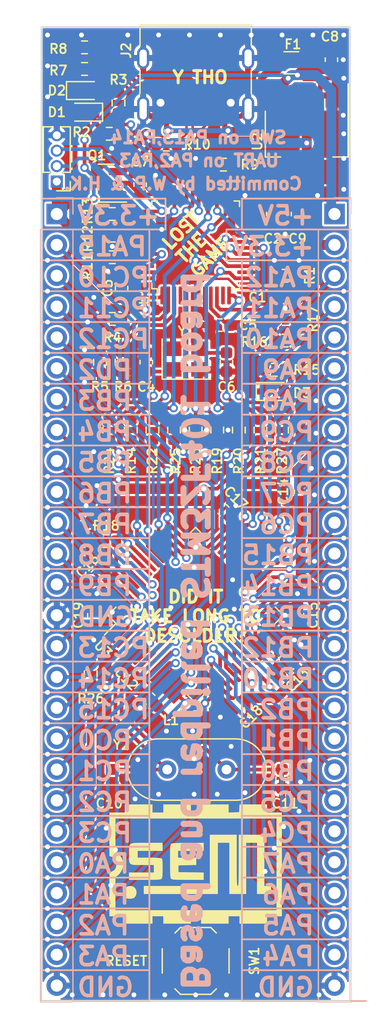
<source format=kicad_pcb>
(kicad_pcb (version 20221018) (generator pcbnew)
  (layers (0 "F.Cu" signal) (31 "B.Cu" signal) (34 "B.Paste" user) (35 "F.Paste" user) (36 "B.SilkS" user "B.Silkscreen") (37 "F.SilkS" user "F.Silkscreen") (38 "B.Mask" user) (39 "F.Mask" user) (44 "Edge.Cuts" user))
  (net 0 "")
  (net 1 "/PGM_NRST")
  (net 2 "GND")
  (net 3 "+3V3")
  (net 4 "/PGM_OSC_IN")
  (net 5 "/PGM_OSC_OUT")
  (net 6 "+5V")
  (net 7 "/MCO")
  (net 8 "Net-(U3-PH1)")
  (net 9 "/T_NRST")
  (net 10 "Net-(U3-VCAP1)")
  (net 11 "Net-(U3-VREF+)")
  (net 12 "Net-(D1-K)")
  (net 13 "Net-(D2-A)")
  (net 14 "Net-(D3-A)")
  (net 15 "/PGM_SWDIO")
  (net 16 "/PGM_SWCLK")
  (net 17 "Net-(U3-NRST)")
  (net 18 "Net-(Q1-B)")
  (net 19 "Net-(Q1-E)")
  (net 20 "/PGM_LED")
  (net 21 "Net-(U1-BOOT0)")
  (net 22 "Net-(U1-PC13)")
  (net 23 "Net-(U1-PC14)")
  (net 24 "Net-(J2-CC2)")
  (net 25 "Net-(J2-CC1)")
  (net 26 "/T_JTMS_SWDIO")
  (net 27 "Net-(U1-PB12)")
  (net 28 "/USB_D+")
  (net 29 "/USB_RENUM")
  (net 30 "Net-(U1-PA8)")
  (net 31 "Net-(U1-PA0)")
  (net 32 "Net-(U3-BOOT0)")
  (net 33 "/T_RX")
  (net 34 "/T_TX")
  (net 35 "Net-(U3-PA13)")
  (net 36 "Net-(U3-PA14)")
  (net 37 "/T_JTCK_SWCLK")
  (net 38 "/T_JTDI")
  (net 39 "/T_JTDO_SWO")
  (net 40 "/T_JRST")
  (net 41 "Net-(F1-Pad1)")
  (net 48 "/USB_D-")
  (net 56 "/PA2")
  (net 57 "/PA3")
  (net 58 "/PA15")
  (net 59 "/PB3")
  (net 60 "/PB4")
  (net 61 "/PB9")
  (net 62 "/PB8")
  (net 63 "/PB7")
  (net 64 "/PB6")
  (net 65 "/PB5")
  (net 66 "/PD2")
  (net 67 "/PC12")
  (net 68 "/PC11")
  (net 69 "/PC10")
  (net 70 "/PA12")
  (net 71 "/PA11")
  (net 72 "/PA10")
  (net 73 "/PA9")
  (net 74 "/PA8")
  (net 75 "/PC9")
  (net 76 "/PC8")
  (net 77 "/PC7")
  (net 78 "/PC6")
  (net 79 "/PB15")
  (net 80 "/PB14")
  (net 81 "/PB13")
  (net 82 "/PB12")
  (net 83 "/PB10")
  (net 84 "/PB2")
  (net 85 "/PB1")
  (net 86 "/PB0")
  (net 87 "/PC5")
  (net 88 "/PC4")
  (net 89 "/PA7")
  (net 90 "/PA6")
  (net 91 "/PA5")
  (net 92 "/PA4")
  (net 93 "/PA1")
  (net 94 "/PA0")
  (net 97 "/PC3")
  (net 98 "/PC2")
  (net 99 "/PC1")
  (net 100 "/PC0")
  (net 101 "/PC15")
  (net 102 "/PC14")
  (net 103 "/PC13")
  (footprint "Button_Switch_SMD:SW_SPST_TL3342" (layer "F.Cu") (at 113.03 130.048)
    (fp_text reference "SW1")
    (fp_text value "RESET")
  )
  (footprint "Capacitor_SMD:C_0603_1608Metric" (layer "F.Cu") (at 115.062 77.724 180)
    (fp_text reference "C5")
    (fp_text value "100n")
  )
  (footprint "Capacitor_SMD:C_0805_2012Metric" (layer "F.Cu") (at 120.396 105.664 45)
    (fp_text reference "C13")
    (fp_text value "2u2")
  )
  (footprint "Resistor_SMD:R_0603_1608Metric" (layer "F.Cu") (at 120.396 78.994 180)
    (fp_text reference "R16")
    (fp_text value "4k7")
  )
  (footprint "Resistor_SMD:R_0603_1608Metric" (layer "F.Cu") (at 106.172 70.358 180)
    (fp_text reference "R12")
    (fp_text value "36k")
  )
  (footprint "Capacitor_SMD:C_0603_1608Metric" (layer "F.Cu") (at 115.57 80.772 -90)
    (fp_text reference "C6")
    (fp_text value "20p")
  )
  (footprint "Capacitor_SMD:C_0603_1608Metric" (layer "F.Cu") (at 115.316 92.964 -45)
    (fp_text reference "C17")
    (fp_text value "100n")
  )
  (footprint "Package_TO_SOT_SMD:SOT-223-3_TabPin2" (layer "F.Cu") (at 122.174 61.976 -90)
    (fp_text reference "U2")
    (fp_text value "AMS1117-3.3")
  )
  (footprint "Resistor_SMD:R_0603_1608Metric" (layer "F.Cu") (at 106.68 59.436 -90)
    (fp_text reference "R3")
    (fp_text value "220")
  )
  (footprint "Capacitor_SMD:C_0603_1608Metric" (layer "F.Cu") (at 109.22 108.458 -45)
    (fp_text reference "C12")
    (fp_text value "100n")
  )
  (footprint "Resistor_SMD:R_0603_1608Metric" (layer "F.Cu") (at 114.808 86.36 -90)
    (fp_text reference "R19")
    (fp_text value "22")
  )
  (footprint "Resistor_SMD:R_0603_1608Metric" (layer "F.Cu") (at 103.886 56.642 180)
    (fp_text reference "R7")
    (fp_text value "5k1")
  )
  (footprint "Resistor_SMD:R_0603_1608Metric" (layer "F.Cu") (at 113.03 86.36 90)
    (fp_text reference "R23")
    (fp_text value "22")
  )
  (footprint "Capacitor_SMD:C_0603_1608Metric" (layer "F.Cu") (at 116.586 108.966 -135)
    (fp_text reference "C18")
    (fp_text value "100n")
  )
  (footprint "Resistor_SMD:R_0603_1608Metric" (layer "F.Cu") (at 106.934 80.772 -90)
    (fp_text reference "R6")
    (fp_text value "10k")
  )
  (footprint "Resistor_SMD:R_0603_1608Metric" (layer "F.Cu") (at 110.617 62.865 180)
    (fp_text reference "R10")
    (fp_text value "1k5")
  )
  (footprint "LED_SMD:LED_0603_1608Metric" (layer "F.Cu") (at 103.886 58.42)
    (fp_text reference "D2")
    (fp_text value "RED")
  )
  (footprint "Resistor_SMD:R_0603_1608Metric" (layer "F.Cu") (at 103.886 54.864 180)
    (fp_text reference "R8")
    (fp_text value "5k1")
  )
  (footprint "Capacitor_SMD:C_0603_1608Metric" (layer "F.Cu") (at 106.172 115.062 -90)
    (fp_text reference "C10")
    (fp_text value "20p")
  )
  (footprint "Resistor_SMD:R_0603_1608Metric" (layer "F.Cu") (at 106.172 68.58)
    (fp_text reference "R13")
    (fp_text value "100")
  )
  (footprint "Resistor_SMD:R_0603_1608Metric" (layer "F.Cu") (at 109.474 86.36 90)
    (fp_text reference "R22")
    (fp_text value "22")
  )
  (footprint "Resistor_SMD:R_0603_1608Metric" (layer "F.Cu") (at 119.507 81.407 180)
    (fp_text reference "R15")
    (fp_text value "220")
  )
  (footprint "Connector_PinHeader_1.27mm:PinHeader_1x04_P1.27mm_Vertical" (layer "F.Cu") (at 101.6 65.908 180)
    (fp_text reference "J1" hide)
    (fp_text value "PROG")
  )
  (footprint "Resistor_SMD:R_0603_1608Metric" (layer "F.Cu") (at 120.142 86.36 90)
    (fp_text reference "R27")
    (fp_text value "22")
  )
  (footprint "Capacitor_SMD:C_0603_1608Metric" (layer "F.Cu") (at 108.458 66.167 90)
    (fp_text reference "C7")
    (fp_text value "100n")
  )
  (footprint "Resistor_SMD:R_0603_1608Metric" (layer "F.Cu") (at 105.664 95.504 180)
    (fp_text reference "R18")
    (fp_text value "10k")
  )
  (footprint "LED_SMD:LED_0603_1608Metric" (layer "F.Cu") (at 103.886 60.198 180)
    (fp_text reference "D1")
    (fp_text value "GREEN")
  )
  (footprint "Resistor_SMD:R_0603_1608Metric" (layer "F.Cu") (at 105.918 61.976 180)
    (fp_text reference "R2")
    (fp_text value "220")
  )
  (footprint "Capacitor_SMD:C_0603_1608Metric" (layer "F.Cu") (at 121.412 68.58 -90)
    (fp_text reference "C9")
    (fp_text value "1u")
  )
  (footprint "Resistor_SMD:R_0603_1608Metric" (layer "F.Cu") (at 107.696 86.36 -90)
    (fp_text reference "R14")
    (fp_text value "100")
  )
  (footprint "Resistor_SMD:R_0603_1608Metric" (layer "F.Cu") (at 120.396 73.66 180)
    (fp_text reference "R1")
    (fp_text value "100k")
  )
  (footprint "LED_SMD:LED_0603_1608Metric" (layer "F.Cu") (at 119.507 83.185)
    (fp_text reference "D3")
    (fp_text value "PWR")
  )
  (footprint "Capacitor_SMD:C_0603_1608Metric" (layer "F.Cu") (at 121.412 101.6 90)
    (fp_text reference "C15")
    (fp_text value "100n")
  )
  (footprint "Package_QFP:LQFP-48_7x7mm_P0.5mm" (layer "F.Cu") (at 113.03 71.12 90)
    (fp_text reference "U1")
    (fp_text value "STM32F103CBTx")
  )
  (footprint "Resistor_SMD:R_0603_1608Metric" (layer "F.Cu") (at 111.252 86.36 -90)
    (fp_text reference "R25")
    (fp_text value "22")
  )
  (footprint "Resistor_SMD:R_0603_1608Metric" (layer "F.Cu") (at 104.394 106.426 -90)
    (fp_text reference "R26")
    (fp_text value "10k")
  )
  (footprint "Capacitor_SMD:C_0603_1608Metric" (layer "F.Cu") (at 119.38 68.58 -90)
    (fp_text reference "C2")
    (fp_text value "100n")
  )
  (footprint "Package_TO_SOT_SMD:SOT-23" (layer "F.Cu") (at 105.664 66.04 180)
    (fp_text reference "Q1")
    (fp_text value "S9013")
  )
  (footprint "Capacitor_SMD:C_0603_1608Metric" (layer "F.Cu") (at 108.966 80.772 90)
    (fp_text reference "C4")
    (fp_text value "20p")
  )
  (footprint "Crystal:Crystal_HC49-4H_Vertical" (layer "F.Cu") (at 110.69 114.3)
    (fp_text reference "Y2")
    (fp_text value "8MHz")
  )
  (footprint "Resistor_SMD:R_0603_1608Metric" (layer "F.Cu") (at 106.172 72.136)
    (fp_text reference "R11")
    (fp_text value "10k")
  )
  (footprint "Capacitor_SMD:C_0603_1608Metric" (layer "F.Cu") (at 120.396 75.438)
    (fp_text reference "C1")
    (fp_text value "100n")
  )
  (footprint "Resistor_SMD:R_0603_1608Metric" (layer "F.Cu") (at 105.918 86.36 -90)
    (fp_text reference "R24")
    (fp_text value "22")
  )
  (footprint "Resistor_SMD:R_0603_1608Metric" (layer "F.Cu") (at 105.156 80.772 -90)
    (fp_text reference "R5")
    (fp_text value "10k")
  )
  (footprint "Package_QFP:LQFP-64_10x10mm_P0.5mm" (layer "F.Cu") (at 113.03 101.6 45)
    (fp_text reference "U3")
    (fp_text value "STM32F401RCT6")
  )
  (footprint "Resistor_SMD:R_0603_1608Metric" (layer "F.Cu") (at 120.396 77.216)
    (fp_text reference "R17")
    (fp_text value "4k7")
  )
  (footprint "lib:USB_C_Receptacle_G-Switch_GT-USB-7010ASV" (layer "F.Cu") (at 113.03 58.115 180)
    (fp_text reference "J2")
    (fp_text value "USB_C_Receptacle_USB2.0")
  )
  (footprint "Resistor_SMD:R_0603_1608Metric" (layer "F.Cu") (at 106.172 77.216 180)
    (fp_text reference "R4")
    (fp_text value "100k")
  )
  (footprint "lib:semlogo" (layer "F.Cu") (at 113.03 122.047)
    (fp_text reference "G***" hide)
    (fp_text value "LOGO" hide)
  )
  (footprint "Capacitor_SMD:C_0603_1608Metric" (layer "F.Cu") (at 104.902 98.298 45)
    (fp_text reference "C16")
    (fp_text value "100n")
  )
  (footprint "Capacitor_SMD:C_0603_1608Metric" (layer "F.Cu") (at 104.648 101.6 90)
    (fp_text reference "C19")
    (fp_text value "100n")
  )
  (footprint "Resistor_SMD:R_0603_1608Metric" (layer "F.Cu") (at 116.586 86.36 -90)
    (fp_text reference "R20")
    (fp_text value "22")
  )
  (footprint "Crystal:Crystal_SMD_3225-4Pin_3.2x2.5mm" (layer "F.Cu") (at 112.268 80.518)
    (fp_text reference "Y1")
    (fp_text value "8MHz")
  )
  (footprint "Capacitor_SMD:C_0603_1608Metric" (layer "F.Cu") (at 106.934 74.676 90)
    (fp_text reference "C3")
    (fp_text value "100n")
  )
  (footprint "Capacitor_SMD:C_0603_1608Metric" (layer "F.Cu") (at 124.206 55.88 90)
    (fp_text reference "C8")
    (fp_text value "1u")
  )
  (footprint "Capacitor_SMD:C_0603_1608Metric" (layer "F.Cu") (at 120.142 115.062 -90)
    (fp_text reference "C11")
    (fp_text value "20p")
  )
  (footprint "Resistor_SMD:R_0603_1608Metric" (layer "F.Cu") (at 118.364 86.36 90)
    (fp_text reference "R21")
    (fp_text value "22")
  )
  (footprint "Inductor_SMD:L_0603_1608Metric" (layer "F.Cu") (at 113.03 109.982 180)
    (fp_text reference "L1")
    (fp_text value "BEAD")
  )
  (footprint "Resistor_SMD:R_0603_1608Metric" (layer "F.Cu") (at 115.316 64.516)
    (fp_text reference "R9")
    (fp_text value "100")
  )
  (footprint "Fuse:Fuse_1206_3216Metric" (layer "F.Cu") (at 120.904 56.134)
    (fp_text reference "F1")
    (fp_text value "1A")
  )
  (footprint "Capacitor_SMD:C_0603_1608Metric" (layer "F.Cu") (at 121.666 91.44 90)
    (fp_text reference "C14")
    (fp_text value "1u")
  )
  (footprint "Connector_PinHeader_2.54mm:PinHeader_1x26_P2.54mm_Vertical" (layer "B.Cu") (at 101.6 68.58 180)
    (fp_text reference "J3" hide)
    (fp_text value "Conn_01x26")
  )
  (footprint "Connector_PinHeader_2.54mm:PinHeader_1x26_P2.54mm_Vertical" (layer "B.Cu") (at 124.46 68.58 180)
    (fp_text reference "J4" hide)
    (fp_text value "Conn_01x26")
  )
  (gr_line (start 116.84 95.25) (end 116.84 97.79) (stroke (width 0.15)) (layer "B.SilkS"))
  (gr_line (start 109.22 125.73) (end 100.33 125.73) (stroke (width 0.15)) (layer "B.SilkS"))
  (gr_line (start 116.84 85.09) (end 125.76 85.09) (stroke (width 0.15)) (layer "B.SilkS"))
  (gr_line (start 115.57 69.85) (end 125.79 69.85) (stroke (width 0.15)) (layer "B.SilkS"))
  (gr_line (start 109.22 90.17) (end 100.33 90.17) (stroke (width 0.15)) (layer "B.SilkS"))
  (gr_line (start 109.22 77.47) (end 100.33 77.47) (stroke (width 0.15)) (layer "B.SilkS"))
  (gr_line (start 116.84 118.11) (end 125.76 118.11) (stroke (width 0.15)) (layer "B.SilkS"))
  (gr_line (start 109.22 92.71) (end 100.33 92.71) (stroke (width 0.15)) (layer "B.SilkS"))
  (gr_line (start 116.84 97.79) (end 116.84 100.33) (stroke (width 0.15)) (layer "B.SilkS"))
  (gr_line (start 116.84 67.31) (end 116.84 69.85) (stroke (width 0.15)) (layer "B.SilkS"))
  (gr_line (start 109.22 95.25) (end 109.22 92.71) (stroke (width 0.15)) (layer "B.SilkS"))
  (gr_line (start 109.22 118.11) (end 109.22 115.57) (stroke (width 0.15)) (layer "B.SilkS"))
  (gr_line (start 116.84 90.17) (end 125.76 90.17) (stroke (width 0.15)) (layer "B.SilkS"))
  (gr_line (start 116.84 97.79) (end 125.743695 97.794025) (stroke (width 0.15)) (layer "B.SilkS"))
  (gr_line (start 109.22 77.47) (end 109.22 74.93) (stroke (width 0.15)) (layer "B.SilkS"))
  (gr_line (start 109.22 74.93) (end 100.33 74.93) (stroke (width 0.15)) (layer "B.SilkS"))
  (gr_line (start 109.22 85.09) (end 109.22 82.55) (stroke (width 0.15)) (layer "B.SilkS"))
  (gr_line (start 109.22 130.81) (end 109.22 128.27) (stroke (width 0.15)) (layer "B.SilkS"))
  (gr_line (start 116.84 80.01) (end 125.76 80.01) (stroke (width 0.15)) (layer "B.SilkS"))
  (gr_line (start 116.84 133.35) (end 127.06 133.35) (stroke (width 0.15)) (layer "B.SilkS"))
  (gr_line (start 116.84 100.33) (end 116.84 102.87) (stroke (width 0.15)) (layer "B.SilkS"))
  (gr_line (start 116.84 105.41) (end 125.76 105.41) (stroke (width 0.15)) (layer "B.SilkS"))
  (gr_line (start 116.84 128.27) (end 125.76 128.27) (stroke (width 0.15)) (layer "B.SilkS"))
  (gr_line (start 116.84 92.71) (end 125.76 92.71) (stroke (width 0.15)) (layer "B.SilkS"))
  (gr_line (start 110.55 69.85) (end 100.33 69.85) (stroke (width 0.15)) (layer "B.SilkS"))
  (gr_line (start 109.22 105.41) (end 100.33 105.41) (stroke (width 0.15)) (layer "B.SilkS"))
  (gr_line (start 109.22 74.93) (end 109.22 72.39) (stroke (width 0.15)) (layer "B.SilkS"))
  (gr_line (start 116.84 85.09) (end 116.84 87.63) (stroke (width 0.15)) (layer "B.SilkS"))
  (gr_line (start 116.84 115.57) (end 116.84 118.11) (stroke (width 0.15)) (layer "B.SilkS"))
  (gr_line (start 109.22 110.49) (end 109.22 107.95) (stroke (width 0.15)) (layer "B.SilkS"))
  (gr_line (start 116.84 107.95) (end 116.84 110.49) (stroke (width 0.15)) (layer "B.SilkS"))
  (gr_line (start 109.22 87.63) (end 100.33 87.63) (stroke (width 0.15)) (layer "B.SilkS"))
  (gr_line (start 116.84 77.47) (end 116.84 80.01) (stroke (width 0.15)) (layer "B.SilkS"))
  (gr_line (start 109.22 107.95) (end 109.22 105.41) (stroke (width 0.15)) (layer "B.SilkS"))
  (gr_line (start 116.84 113.03) (end 125.76 113.03) (stroke (width 0.15)) (layer "B.SilkS"))
  (gr_line (start 109.22 100.33) (end 100.33 100.33) (stroke (width 0.15)) (layer "B.SilkS"))
  (gr_line (start 109.22 133.35) (end 109.22 130.81) (stroke (width 0.15)) (layer "B.SilkS"))
  (gr_line (start 109.22 115.57) (end 100.33 115.57) (stroke (width 0.15)) (layer "B.SilkS"))
  (gr_line (start 109.22 80.01) (end 109.22 77.47) (stroke (width 0.15)) (layer "B.SilkS"))
  (gr_line (start 109.22 90.17) (end 109.22 87.63) (stroke (width 0.15)) (layer "B.SilkS"))
  (gr_line (start 109.22 92.71) (end 109.22 90.17) (stroke (width 0.15)) (layer "B.SilkS"))
  (gr_line (start 116.84 82.55) (end 116.84 85.09) (stroke (width 0.15)) (layer "B.SilkS"))
  (gr_line (start 109.22 85.09) (end 100.33 85.09) (stroke (width 0.15)) (layer "B.SilkS"))
  (gr_line (start 116.84 123.19) (end 116.84 125.73) (stroke (width 0.15)) (layer "B.SilkS"))
  (gr_line (start 109.22 128.27) (end 109.22 125.73) (stroke (width 0.15)) (layer "B.SilkS"))
  (gr_line (start 109.22 120.65) (end 109.22 118.11) (stroke (width 0.15)) (layer "B.SilkS"))
  (gr_line (start 109.22 113.03) (end 109.22 110.49) (stroke (width 0.15)) (layer "B.SilkS"))
  (gr_line (start 109.22 125.73) (end 109.22 123.19) (stroke (width 0.15)) (layer "B.SilkS"))
  (gr_line (start 116.84 92.71) (end 116.84 95.25) (stroke (width 0.15)) (layer "B.SilkS"))
  (gr_line (start 109.22 82.55) (end 100.33 82.55) (stroke (width 0.15)) (layer "B.SilkS"))
  (gr_line (start 109.22 97.79) (end 109.22 95.25) (stroke (width 0.15)) (layer "B.SilkS"))
  (gr_line (start 109.22 72.39) (end 109.22 69.85) (stroke (width 0.15)) (layer "B.SilkS"))
  (gr_line (start 116.84 120.65) (end 125.776304 120.669122) (stroke (width 0.15)) (layer "B.SilkS"))
  (gr_line (start 109.22 113.03) (end 100.33 113.03) (stroke (width 0.15)) (layer "B.SilkS"))
  (gr_line (start 116.84 105.41) (end 116.84 107.95) (stroke (width 0.15)) (layer "B.SilkS"))
  (gr_line (start 109.22 82.55) (end 109.22 80.01) (stroke (width 0.15)) (layer "B.SilkS"))
  (gr_line (start 116.84 128.27) (end 116.84 130.81) (stroke (width 0.15)) (layer "B.SilkS"))
  (gr_line (start 109.22 123.19) (end 109.22 120.65) (stroke (width 0.15)) (layer "B.SilkS"))
  (gr_line (start 110.55 69.85) (end 110.55 67.31) (stroke (width 0.15)) (layer "B.SilkS"))
  (gr_line (start 116.84 125.73) (end 116.84 128.27) (stroke (width 0.15)) (layer "B.SilkS"))
  (gr_line (start 116.84 74.93) (end 116.84 77.47) (stroke (width 0.15)) (layer "B.SilkS"))
  (gr_line (start 116.84 102.87) (end 125.76 102.87) (stroke (width 0.15)) (layer "B.SilkS"))
  (gr_line (start 109.22 100.33) (end 109.22 97.79) (stroke (width 0.15)) (layer "B.SilkS"))
  (gr_line (start 116.84 118.11) (end 116.84 120.65) (stroke (width 0.15)) (layer "B.SilkS"))
  (gr_line (start 109.22 110.49) (end 100.33 110.49) (stroke (width 0.15)) (layer "B.SilkS"))
  (gr_line (start 115.57 69.85) (end 115.57 72.39) (stroke (width 0.15)) (layer "B.SilkS"))
  (gr_line (start 125.73 67.31) (end 116.84 67.31) (stroke (width 0.15)) (layer "B.SilkS"))
  (gr_line (start 116.84 87.63) (end 125.76 87.63) (stroke (width 0.15)) (layer "B.SilkS"))
  (gr_line (start 109.22 120.65) (end 100.33 120.65) (stroke (width 0.15)) (layer "B.SilkS"))
  (gr_line (start 109.22 80.01) (end 100.33 80.01) (stroke (width 0.15)) (layer "B.SilkS"))
  (gr_line (start 116.84 107.95) (end 125.76 107.95) (stroke (width 0.15)) (layer "B.SilkS"))
  (gr_line (start 109.22 115.57) (end 109.22 113.03) (stroke (width 0.15)) (layer "B.SilkS"))
  (gr_line (start 109.22 102.87) (end 109.22 100.33) (stroke (width 0.15)) (layer "B.SilkS"))
  (gr_line (start 116.84 113.03) (end 116.84 115.57) (stroke (width 0.15)) (layer "B.SilkS"))
  (gr_line (start 116.84 95.25) (end 125.76 95.25) (stroke (width 0.15)) (layer "B.SilkS"))
  (gr_line (start 116.84 77.47) (end 125.76 77.47) (stroke (width 0.15)) (layer "B.SilkS"))
  (gr_line (start 109.22 130.81) (end 100.3 130.81) (stroke (width 0.15)) (layer "B.SilkS"))
  (gr_line (start 109.22 102.87) (end 100.33 102.87) (stroke (width 0.15)) (layer "B.SilkS"))
  (gr_line (start 116.84 80.01) (end 116.84 82.55) (stroke (width 0.15)) (layer "B.SilkS"))
  (gr_line (start 109.22 118.11) (end 100.33 118.11) (stroke (width 0.15)) (layer "B.SilkS"))
  (gr_line (start 116.84 90.17) (end 116.84 92.71) (stroke (width 0.15)) (layer "B.SilkS"))
  (gr_line (start 109.22 107.95) (end 100.33 107.95) (stroke (width 0.15)) (layer "B.SilkS"))
  (gr_line (start 109.22 123.19) (end 100.33 123.19) (stroke (width 0.15)) (layer "B.SilkS"))
  (gr_line (start 116.84 115.57) (end 125.76 115.57) (stroke (width 0.15)) (layer "B.SilkS"))
  (gr_line (start 116.84 87.63) (end 116.84 90.17) (stroke (width 0.15)) (layer "B.SilkS"))
  (gr_line (start 109.22 105.41) (end 109.22 102.87) (stroke (width 0.15)) (layer "B.SilkS"))
  (gr_line (start 116.84 110.49) (end 125.73 110.49) (stroke (width 0.15)) (layer "B.SilkS"))
  (gr_line (start 116.84 120.65) (end 116.84 123.19) (stroke (width 0.15)) (layer "B.SilkS"))
  (gr_line (start 116.84 125.73) (end 125.76 125.73) (stroke (width 0.15)) (layer "B.SilkS"))
  (gr_line (start 109.22 95.25) (end 100.33 95.25) (stroke (width 0.15)) (layer "B.SilkS"))
  (gr_line (start 116.84 130.81) (end 125.76 130.81) (stroke (width 0.15)) (layer "B.SilkS"))
  (gr_line (start 109.22 72.39) (end 100.33 72.39) (stroke (width 0.15)) (layer "B.SilkS"))
  (gr_line (start 116.84 74.93) (end 125.76 74.93) (stroke (width 0.15)) (layer "B.SilkS"))
  (gr_line (start 116.84 130.81) (end 116.84 133.35) (stroke (width 0.15)) (layer "B.SilkS"))
  (gr_line (start 115.57 72.39) (end 125.79 72.39) (stroke (width 0.15)) (layer "B.SilkS"))
  (gr_line (start 116.84 72.39) (end 116.84 74.93) (stroke (width 0.15)) (layer "B.SilkS"))
  (gr_line (start 116.84 123.19) (end 125.76 123.19) (stroke (width 0.15)) (layer "B.SilkS"))
  (gr_line (start 116.84 102.87) (end 116.84 105.41) (stroke (width 0.15)) (layer "B.SilkS"))
  (gr_line (start 116.84 110.49) (end 116.84 113.03) (stroke (width 0.15)) (layer "B.SilkS"))
  (gr_line (start 109.22 133.35) (end 100.3 133.35) (stroke (width 0.15)) (layer "B.SilkS"))
  (gr_line (start 110.55 67.31) (end 100.33 67.31) (stroke (width 0.15)) (layer "B.SilkS"))
  (gr_line (start 109.22 97.79) (end 100.33 97.79) (stroke (width 0.15)) (layer "B.SilkS"))
  (gr_line (start 109.22 128.27) (end 100.33 128.27) (stroke (width 0.15)) (layer "B.SilkS"))
  (gr_line (start 116.84 100.33) (end 125.76 100.33) (stroke (width 0.15)) (layer "B.SilkS"))
  (gr_line (start 116.84 82.55) (end 125.76 82.55) (stroke (width 0.15)) (layer "B.SilkS"))
  (gr_line (start 109.22 87.63) (end 109.22 85.09) (stroke (width 0.15)) (layer "B.SilkS"))
  (gr_line (start 100.33 133.35) (end 100.33 53.19) (stroke (width 0.1)) (layer "Edge.Cuts"))
  (gr_line (start 100.33 53.19) (end 125.73 53.19) (stroke (width 0.1)) (layer "Edge.Cuts"))
  (gr_line (start 125.73 133.35) (end 125.73 53.19) (stroke (width 0.1)) (layer "Edge.Cuts"))
  (gr_line (start 100.33 133.35) (end 125.73 133.35) (stroke (width 0.1)) (layer "Edge.Cuts"))
  (gr_text "Rev.A" (at 118.618 132.08) (layer "F.Cu") (effects (font (size 0.762 0.762) (thickness 0.1905) bold) (justify left bottom)))
  (gr_text "PC9" (at 122.936 87.376) (layer "B.SilkS") (effects (font (size 1.5 1.5) (thickness 0.3) bold) (justify left bottom mirror)))
  (gr_text "PA5" (at 122.936 128.016) (layer "B.SilkS") (effects (font (size 1.5 1.5) (thickness 0.3) bold) (justify left bottom mirror)))
  (gr_text "PA10" (at 122.936 79.756) (layer "B.SilkS") (effects (font (size 1.5 1.5) (thickness 0.3) bold) (justify left bottom mirror)))
  (gr_text "PC12" (at 103.124 79.756) (layer "B.SilkS") (effects (font (size 1.5 1.5) (thickness 0.3) bold) (justify right bottom mirror)))
  (gr_text "PA11" (at 122.936 77.216) (layer "B.SilkS") (effects (font (size 1.5 1.5) (thickness 0.3) bold) (justify left bottom mirror)))
  (gr_text "PC3" (at 103.124 120.396) (layer "B.SilkS") (effects (font (size 1.5 1.5) (thickness 0.3) bold) (justify right bottom mirror)))
  (gr_text "PA2" (at 103.124 128.016) (layer "B.SilkS") (effects (font (size 1.5 1.5) (thickness 0.3) bold) (justify right bottom mirror)))
  (gr_text "PB12" (at 122.936 105.156) (layer "B.SilkS") (effects (font (size 1.5 1.5) (thickness 0.3) bold) (justify left bottom mirror)))
  (gr_text "PC5" (at 122.936 117.856) (layer "B.SilkS") (effects (font (size 1.5 1.5) (thickness 0.3) bold) (justify left bottom mirror)))
  (gr_text "PB0" (at 122.936 115.316) (layer "B.SilkS") (effects (font (size 1.5 1.5) (thickness 0.3) bold) (justify left bottom mirror)))
  (gr_text "PB2" (at 122.936 110.236) (layer "B.SilkS") (effects (font (size 1.5 1.5) (thickness 0.3) bold) (justify left bottom mirror)))
  (gr_text "PC13" (at 103.124 105.156) (layer "B.SilkS") (effects (font (size 1.5 1.5) (thickness 0.3) bold) (justify right bottom mirror)))
  (gr_text "PC0" (at 103.124 112.776) (layer "B.SilkS") (effects (font (size 1.5 1.5) (thickness 0.3) bold) (justify right bottom mirror)))
  (gr_text "PB1" (at 122.936 112.776) (layer "B.SilkS") (effects (font (size 1.5 1.5) (thickness 0.3) bold) (justify left bottom mirror)))
  (gr_text "PB13" (at 122.936 102.616) (layer "B.SilkS") (effects (font (size 1.5 1.5) (thickness 0.3) bold) (justify left bottom mirror)))
  (gr_text "PA1" (at 103.124 125.476) (layer "B.SilkS") (effects (font (size 1.5 1.5) (thickness 0.3) bold) (justify right bottom mirror)))
  (gr_text "PC8" (at 122.936 89.916) (layer "B.SilkS") (effects (font (size 1.5 1.5) (thickness 0.3) bold) (justify left bottom mirror)))
  (gr_text "PB9" (at 103.124 100.076) (layer "B.SilkS") (effects (font (size 1.5 1.5) (thickness 0.3) bold) (justify right bottom mirror)))
  (gr_text "PC7" (at 122.936 92.456) (layer "B.SilkS") (effects (font (size 1.5 1.5) (thickness 0.3) bold) (justify left bottom mirror)))
  (gr_text "PD2" (at 103.124 82.296) (layer "B.SilkS") (effects (font (size 1.5 1.5) (thickness 0.3) bold) (justify right bottom mirror)))
  (gr_text "PB5" (at 103.124 89.916) (layer "B.SilkS") (effects (font (size 1.5 1.5) (thickness 0.3) bold) (justify right bottom mirror)))
  (gr_text "PB14" (at 122.936 100.076) (layer "B.SilkS") (effects (font (size 1.5 1.5) (thickness 0.3) bold) (justify left bottom mirror)))
  (gr_text "GND" (at 103.124 102.616) (layer "B.SilkS") (effects (font (size 1.5 1.5) (thickness 0.3) bold) (justify right bottom mirror)))
  (gr_text "PB4" (at 103.124 87.376) (layer "B.SilkS") (effects (font (size 1.5 1.5) (thickness 0.3) bold) (justify right bottom mirror)))
  (gr_text "PB15" (at 122.936 97.536) (layer "B.SilkS") (effects (font (size 1.5 1.5) (thickness 0.3) bold) (justify left bottom mirror)))
  (gr_text "PA6" (at 122.936 125.476) (layer "B.SilkS") (effects (font (size 1.5 1.5) (thickness 0.3) bold) (justify left bottom mirror)))
  (gr_text "PB6" (at 103.124 92.456) (layer "B.SilkS") (effects (font (size 1.5 1.5) (thickness 0.3) bold) (justify right bottom mirror)))
  (gr_text "PC15" (at 103.124 110.236) (layer "B.SilkS") (effects (font (size 1.5 1.5) (thickness 0.3) bold) (justify right bottom mirror)))
  (gr_text "PA4" (at 122.936 130.556) (layer "B.SilkS") (effects (font (size 1.5 1.5) (thickness 0.3) bold) (justify left bottom mirror)))
  (gr_text "PA3" (at 103.124 130.556) (layer "B.SilkS") (effects (font (size 1.5 1.5) (thickness 0.3) bold) (justify right bottom mirror)))
  (gr_text "PC2" (at 103.124 117.856) (layer "B.SilkS") (effects (font (size 1.5 1.5) (thickness 0.3) bold) (justify right bottom mirror)))
  (gr_text "Committed by W.P & H.K." (at 121.92 66.675) (layer "B.SilkS") (effects (font (size 1 1) (thickness 0.25) bold) (justify left bottom mirror)))
  (gr_text "SWD on PA13,PA14" (at 120.65 62.865) (layer "B.SilkS") (effects (font (size 1 1) (thickness 0.25) bold) (justify left bottom mirror)))
  (gr_text "PA12" (at 122.936 74.676) (layer "B.SilkS") (effects (font (size 1.5 1.5) (thickness 0.3) bold) (justify left bottom mirror)))
  (gr_text "+3.3V" (at 122.936 72.136) (layer "B.SilkS") (effects (font (size 1.5 1.5) (thickness 0.3) bold) (justify left bottom mirror)))
  (gr_text "+3.3V" (at 103.124 69.596) (layer "B.SilkS") (effects (font (size 1.5 1.5) (thickness 0.3) bold) (justify right bottom mirror)))
  (gr_text "GND" (at 122.936 133.096) (layer "B.SilkS") (effects (font (size 1.5 1.5) (thickness 0.3) bold) (justify left bottom mirror)))
  (gr_text "PC10" (at 103.124 74.676) (layer "B.SilkS") (effects (font (size 1.5 1.5) (thickness 0.3) bold) (justify right bottom mirror)))
  (gr_text "PB8" (at 103.124 97.536) (layer "B.SilkS") (effects (font (size 1.5 1.5) (thickness 0.3) bold) (justify right bottom mirror)))
  (gr_text "PA0" (at 103.124 122.936) (layer "B.SilkS") (effects (font (size 1.5 1.5) (thickness 0.3) bold) (justify right bottom mirror)))
  (gr_text "GND" (at 103.124 133.096) (layer "B.SilkS") (effects (font (size 1.5 1.5) (thickness 0.3) bold) (justify right bottom mirror)))
  (gr_text "PB7" (at 103.124 94.996) (layer "B.SilkS") (effects (font (size 1.5 1.5) (thickness 0.3) bold) (justify right bottom mirror)))
  (gr_text "Based and redpilled STM32F401 board" (at 111.76 132.715 270) (layer "B.SilkS") (effects (font (size 2 2) (thickness 0.5) bold) (justify left bottom mirror)))
  (gr_text "PC6" (at 122.936 94.996) (layer "B.SilkS") (effects (font (size 1.5 1.5) (thickness 0.3) bold) (justify left bottom mirror)))
  (gr_text "PA8" (at 122.936 84.836) (layer "B.SilkS") (effects (font (size 1.5 1.5) (thickness 0.3) bold) (justify left bottom mirror)))
  (gr_text "PC11" (at 103.124 77.216) (layer "B.SilkS") (effects (font (size 1.5 1.5) (thickness 0.3) bold) (justify right bottom mirror)))
  (gr_text "+5V" (at 122.936 69.596) (layer "B.SilkS") (effects (font (size 1.5 1.5) (thickness 0.3) bold) (justify left bottom mirror)))
  (gr_text "PA7" (at 122.936 122.936) (layer "B.SilkS") (effects (font (size 1.5 1.5) (thickness 0.3) bold) (justify left bottom mirror)))
  (gr_text "PA15" (at 103.124 72.136) (layer "B.SilkS") (effects (font (size 1.5 1.5) (thickness 0.3) bold) (justify right bottom mirror)))
  (gr_text "PB3" (at 103.124 84.836) (layer "B.SilkS") (effects (font (size 1.5 1.5) (thickness 0.3) bold) (justify right bottom mirror)))
  (gr_text "PC14" (at 103.124 107.696) (layer "B.SilkS") (effects (font (size 1.5 1.5) (thickness 0.3) bold) (justify right bottom mirror)))
  (gr_text "PC1" (at 103.124 115.316) (layer "B.SilkS") (effects (font (size 1.5 1.5) (thickness 0.3) bold) (justify right bottom mirror)))
  (gr_text "PA9" (at 122.936 82.296) (layer "B.SilkS") (effects (font (size 1.5 1.5) (thickness 0.3) bold) (justify left bottom mirror)))
  (gr_text "PC4" (at 122.936 120.396) (layer "B.SilkS") (effects (font (size 1.5 1.5) (thickness 0.3) bold) (justify left bottom mirror)))
  (gr_text "UART on PA2,PA3" (at 120.015 64.77) (layer "B.SilkS") (effects (font (size 1 1) (thickness 0.25) bold) (justify left bottom mirror)))
  (gr_text "PB10" (at 122.936 107.696) (layer "B.SilkS") (effects (font (size 1.5 1.5) (thickness 0.3) bold) (justify left bottom mirror)))
  (gr_text "DID IT\nTAKE LONG TO\nDESOLDER?" (at 113.03 103.886) (layer "F.SilkS") (effects (font (size 1 1) (thickness 0.25) bold) (justify bottom)))
  (gr_text "LOST\nTHE\nGAME" (at 113.157 74.041 45) (layer "F.SilkS") (effects (font (size 1 1) (thickness 0.25) bold) (justify left bottom)))
  (gr_text "Y THO" (at 110.998 57.912) (layer "F.SilkS") (effects (font (size 1 1) (thickness 0.25) bold) (justify left bottom)))
  (segment (start 113.284 75.2785) (end 113.28 75.2825) (width 0.3048) (layer "F.Cu") (net 1))
  (segment (start 119.571 73.66) (end 119.571 74.676) (width 0.3048) (layer "F.Cu") (net 1))
  (segment (start 115.721342 73.914) (end 116.483342 74.676) (width 0.2032) (layer "F.Cu") (net 1))
  (segment (start 113.28 74.426) (end 113.792 73.914) (width 0.2032) (layer "F.Cu") (net 1))
  (segment (start 119.571 75.388) (end 119.621 75.438) (width 0.3048) (layer "F.Cu") (net 1))
  (segment (start 113.28 75.2825) (end 113.28 74.426) (width 0.2032) (layer "F.Cu") (net 1))
  (segment (start 119.571 74.676) (end 119.571 75.388) (width 0.3048) (layer "F.Cu") (net 1))
  (segment (start 116.483342 74.676) (end 119.571 74.676) (width 0.2032) (layer "F.Cu") (net 1))
  (segment (start 113.792 73.914) (end 115.721342 73.914) (width 0.2032) (layer "F.Cu") (net 1))
  (segment (start 110.78 66.1564) (end 110.78 66.9575) (width 0.2032) (layer "F.Cu") (net 2))
  (segment (start 117.1925 70.37) (end 118.365 70.37) (width 0.2032) (layer "F.Cu") (net 2))
  (segment (start 119.52 69.355) (end 119.38 69.355) (width 0.2032) (layer "F.Cu") (net 2))
  (segment (start 106.877664 101.346) (end 107.771591 101.346) (width 0.2032) (layer "F.Cu") (net 2))
  (segment (start 112.545077 105.332872) (end 112.545077 104.255994) (width 0.3048) (layer "F.Cu") (net 2))
  (segment (start 115.57 82.55) (end 116.586 82.55) (width 0.2032) (layer "F.Cu") (net 2))
  (segment (start 115.864008 93.050992) (end 116.332 92.583) (width 0.3048) (layer "F.Cu") (net 2))
  (segment (start 113.78 75.2825) (end 113.78 77.217) (width 0.3048) (layer "F.Cu") (net 2))
  (segment (start 106.877664 101.346) (end 107.442 100.781664) (width 0.3048) (layer "F.Cu") (net 2))
  (segment (start 115.57 81.547) (end 115.57 82.296) (width 0.2032) (layer "F.Cu") (net 2))
  (segment (start 121.171 76.327) (end 121.171 77.166) (width 0.3048) (layer "F.Cu") (net 2))
  (segment (start 114.554 78.994) (end 114.554 77.991) (width 0.2032) (layer "F.Cu") (net 2))
  (segment (start 113.919 96.114806) (end 113.919 96.647) (width 0.3048) (layer "F.Cu") (net 2))
  (segment (start 116.452611 70.37) (end 115.805611 69.723) (width 0.2032) (layer "F.Cu") (net 2))
  (segment (start 114.744734 95.289072) (end 115.864008 94.169798) (width 0.3048) (layer "F.Cu") (net 2))
  (segment (start 101.6 62.098) (end 101.6 59.9185) (width 0.4064) (layer "F.Cu") (net 2))
  (segment (start 116.586 78.994) (end 114.554 78.994) (width 0.2032) (layer "F.Cu") (net 2))
  (segment (start 121.6983 104.013) (end 121.6983 104.3617) (width 0.3048) (layer "F.Cu") (net 2))
  (segment (start 109.194882 107.909992) (end 108.671992 107.909992) (width 0.3048) (layer "F.Cu") (net 2))
  (segment (start 107.95 82.55) (end 107.95 78.994) (width 0.2032) (layer "F.Cu") (net 2))
  (segment (start 103.061 54.864) (end 103.061 58.3825) (width 0.4064) (layer "F.Cu") (net 2))
  (segment (start 121.171 76.327) (end 120.396 76.327) (width 0.3048) (layer "F.Cu") (net 2))
  (segment (start 109.83 60.54) (end 109.31 60.54) (width 0.4064) (layer "F.Cu") (net 2))
  (segment (start 120.396 70.117) (end 121.158 69.355) (width 0.2032) (layer "F.Cu") (net 2))
  (segment (start 113.78 77.217) (end 114.287 77.724) (width 0.3048) (layer "F.Cu") (net 2))
  (segment (start 111.627336 106.250613) (end 112.545077 105.332872) (width 0.3048) (layer "F.Cu") (net 2))
  (segment (start 110.839 79.997) (end 111.168 79.668) (width 0.2032) (layer "F.Cu") (net 2))
  (segment (start 110.0156 65.392) (end 110.78 66.1564) (width 0.2032) (layer "F.Cu") (net 2))
  (segment (start 105.651 100.825) (end 106.172 101.346) (width 0.3048) (layer "F.Cu") (net 2))
  (segment (start 121.6983 104.3617) (end 121.067751 104.992249) (width 0.3048) (layer "F.Cu") (net 2))
  (segment (start 103.061 58.3825) (end 103.0985 58.42) (width 0.4064) (layer "F.Cu") (net 2))
  (segment (start 119.340928 103.314734) (end 121.018443 104.992249) (width 0.3048) (layer "F.Cu") (net 2))
  (segment (start 106.172 71.12) (end 106.172 72.885) (width 0.3048) (layer "F.Cu") (net 2))
  (segment (start 107.442 100.781664) (end 107.442 100.608194) (width 0.3048) (layer "F.Cu") (net 2))
  (segment (start 121.018443 104.992249) (end 121.067751 104.992249) (width 0.3048) (layer "F.Cu") (net 2))
  (segment (start 101.6 59.9185) (end 103.0985 58.42) (width 0.4064) (layer "F.Cu") (net 2))
  (segment (start 108.462371 108.119613) (end 108.671992 107.909992) (width 0.3048) (layer "F.Cu") (net 2))
  (segment (start 117.221 83.185) (end 116.586 82.55) (width 0.3048) (layer "F.Cu") (net 2))
  (segment (start 118.618 102.108) (end 119.126 101.6) (width 0.3048) (layer "F.Cu") (net 2))
  (segment (start 105.918 98.217984) (end 105.450008 97.749992) (width 0.3048) (layer "F.Cu") (net 2))
  (segment (start 110.254606 106.850268) (end 110.854261 106.250613) (width 0.3048) (layer "F.Cu") (net 2))
  (segment (start 110.854261 106.250613) (end 111.627336 106.250613) (width 0.3048) (layer "F.Cu") (net 2))
  (segment (start 108.462371 109.224371) (end 108.462371 108.119613) (width 0.3048) (layer "F.Cu") (net 2))
  (segment (start 116.75 60.54) (end 117.35 59.94) (width 0.4064) (layer "F.Cu") (net 2))
  (segment (start 105.41 70.358) (end 106.172 71.12) (width 0.3048) (layer "F.Cu") (net 2))
  (segment (start 105.918 99.084194) (end 105.918 98.217984) (width 0.3048) (layer "F.Cu") (net 2))
  (segment (start 118.7195 83.185) (end 117.221 83.185) (width 0.3048) (layer "F.Cu") (net 2))
  (segment (start 117.1925 68.87) (end 118.895 68.87) (width 0.2032) (layer "F.Cu") (net 2))
  (segment (start 116.037992 109.204186) (end 116.037992 109.514008) (width 0.3048) (layer "F.Cu") (net 2))
  (segment (start 108.458 65.392) (end 110.0156 65.392) (width 0.2032) (layer "F.Cu") (net 2))
  (segment (start 106.172 101.346) (end 106.877664 101.346) (width 0.3048) (layer "F.Cu") (net 2))
  (segment (start 109.982 78.74) (end 109.982 78.486) (width 0.2032) (layer "F.Cu") (net 2))
  (segment (start 114.554 77.991) (end 114.287 77.724) (width 0.2032) (layer "F.Cu") (net 2))
  (segment (start 114.744734 107.910928) (end 113.538 106.704194) (width 0.3048) (layer "F.Cu") (net 2))
  (segment (start 110.998 100.965) (end 109.347 100.965) (width 0.3048) (layer "F.Cu") (net 2))
  (segment (start 107.442 100.608194) (end 106.719072 99.885266) (width 0.3048) (layer "F.Cu") (net 2))
  (segment (start 118.618 102.591806) (end 118.618 102.108) (width 0.3048) (layer "F.Cu") (net 2))
  (segment (start 106.934 73.647) (end 106.172 72.885) (width 0.3048) (layer "F.Cu") (net 2))
  (segment (start 104.648 100.825) (end 105.651 100.825) (width 0.3048) (layer "F.Cu") (net 2))
  (segment (start 120.663 100.825) (end 121.412 100.825) (width 0.3048) (layer "F.Cu") (net 2))
  (segment (start 113.547 81.547) (end 113.368 81.368) (width 0.2032) (layer "F.Cu") (net 2))
  (segment (start 115.864008 94.169798) (end 115.864008 93.512008) (width 0.3048) (layer "F.Cu") (net 2))
  (segment (start 107.95 78.994) (end 109.982 78.994) (width 0.2032) (layer "F.Cu") (net 2))
  (segment (start 116.586 82.55) (end 116.586 78.994) (width 0.2032) (layer "F.Cu") (net 2))
  (segment (start 114.744734 95.289072) (end 113.919 96.114806) (width 0.3048) (layer "F.Cu") (net 2))
  (segment (start 115.57 82.55) (end 107.95 82.55) (width 0.2032) (layer "F.Cu") (net 2))
  (segment (start 121.158 103.6315) (end 121.158 104.902) (width 0.3048) (layer "F.Cu") (net 2))
  (segment (start 115.57 81.547) (end 113.547 81.547) (width 0.3048) (layer "F.Cu") (net 2))
  (segment (start 106.719072 99.885266) (end 105.918 99.084194) (width 0.3048) (layer "F.Cu") (net 2))
  (segment (start 119.126 101.6) (end 119.888 101.6) (width 0.3048) (layer "F.Cu") (net 2))
  (segment (start 107.771591 101.346) (end 107.926661 101.50107) (width 0.2032) (layer "F.Cu") (net 2))
  (segment (start 105.347 70.358) (end 105.41 70.358) (width 0.3048) (layer "F.Cu") (net 2))
  (segment (start 113.538 105.248917) (end 112.545077 104.255994) (width 0.3048) (layer "F.Cu") (net 2))
  (segment (start 120.396 70.231) (end 119.52 69.355) (width 0.2032) (layer "F.Cu") (net 2))
  (segment (start 109.982 78.994) (end 109.982 78.74) (width 0.2032) (layer "F.Cu") (net 2))
  (segment (start 106.934 73.901) (end 106.934 73.647) (width 0.3048) (layer "F.Cu") (net 2))
  (segment (start 118.895 68.87) (end 119.38 69.355) (width 0.2032) (layer "F.Cu") (net 2))
  (segment (start 108.966 79.997) (end 110.839 79.997) (width 0.3048) (layer "F.Cu") (net 2))
  (segment (start 117.1925 70.37) (end 116.452611 70.37) (width 0.2032) (layer "F.Cu") (net 2))
  (segment (start 118.365 70.37) (end 119.38 69.355) (width 0.2032) (layer "F.Cu") (net 2))
  (segment (start 107.926661 101.50107) (end 108.81093 101.50107) (width 0.2032) (layer "F.Cu") (net 2))
  (segment (start 109.31 60.54) (end 108.71 59.94) (width 0.4064) (layer "F.Cu") (net 2))
  (segment (start 112.545077 104.255994) (end 112.545077 102.512077) (width 0.3048) (layer "F.Cu") (net 2))
  (segment (start 114.744734 107.910928) (end 116.037992 109.204186) (width 0.3048) (layer "F.Cu") (net 2))
  (segment (start 110.254606 106.850268) (end 109.194882 107.909992) (width 0.3048) (layer "F.Cu") (net 2))
  (segment (start 121.412 100.825) (end 121.412 99.822) (width 0.3048) (layer "F.Cu") (net 2))
  (segment (start 121.158 104.902) (end 121.067751 104.992249) (width 0.3048) (layer "F.Cu") (net 2))
  (segment (start 112.545077 102.512077) (end 112.395 102.362) (width 0.3048) (layer "F.Cu") (net 2))
  (segment (start 112.395 102.362) (end 110.998 100.965) (width 0.3048) (layer "F.Cu") (net 2))
  (segment (start 108.8675 73.37) (end 107.465 73.37) (width 0.3048) (layer "F.Cu") (net 2))
  (segment (start 111.76 78.486) (end 111.76 76.454) (width 0.2032) (layer "F.Cu") (net 2))
  (segment (start 121.171 77.166) (end 121.221 77.216) (width 0.3048) (layer "F.Cu") (net 2))
  (segment (start 120.396 70.231) (end 120.396 70.117) (width 0.2032) (layer "F.Cu") (net 2))
  (segment (start 109.982 78.486) (end 111.76 78.486) (width 0.2032) (layer "F.Cu") (net 2))
  (segment (start 113.538 106.704194) (end 113.538 105.248917) (width 0.3048) (layer "F.Cu") (net 2))
  (segment (start 119.340928 103.314734) (end 118.618 102.591806) (width 0.3048) (layer "F.Cu") (net 2))
  (segment (start 108.81093 101.50107) (end 109.347 100.965) (width 0.2032) (layer "F.Cu") (net 2))
  (segment (start 107.465 73.37) (end 106.934 73.901) (width 0.3048) (layer "F.Cu") (net 2))
  (segment (start 119.888 101.6) (end 120.663 100.825) (width 0.3048) (layer "F.Cu") (net 2))
  (segment (start 116.23 60.54) (end 116.75 60.54) (width 0.4064) (layer "F.Cu") (net 2))
  (segment (start 113.919 96.647) (end 112.903 97.663) (width 0.3048) (layer "F.Cu") (net 2))
  (segment (start 115.57 82.296) (end 115.57 82.55) (width 0.2032) (layer "F.Cu") (net 2))
  (segment (start 121.171 75.438) (end 121.171 76.327) (width 0.3048) (layer "F.Cu") (net 2))
  (segment (start 115.864008 93.512008) (end 115.864008 93.050992) (width 0.3048) (layer "F.Cu") (net 2))
  (via (at 106.045 123.825) (size 0.8) (drill 0.4) (layers "F.Cu" "B.Cu") (net 2))
  (via (at 125.222 123.19) (size 0.8) (drill 0.4) (layers "F.Cu" "B.Cu") (net 2))
  (via (at 106.172 101.346) (size 0.8) (drill 0.4) (layers "F.Cu" "B.Cu") (net 2))
  (via (at 100.838 95.25) (size 0.8) (drill 0.4) (layers "F.Cu" "B.Cu") (net 2))
  (via (at 104.648 75.438) (size 0.8) (drill 0.4) (layers "F.Cu" "B.Cu") (net 2))
  (via (at 125.222 128.27) (size 0.8) (drill 0.4) (layers "F.Cu" "B.Cu") (net 2))
  (via (at 120.269 118.999) (size 0.8) (drill 0.4) (layers "F.Cu" "B.Cu") (net 2))
  (via (at 125.222 125.73) (size 0.8) (drill 0.4) (layers "F.Cu" "B.Cu") (net 2))
  (via (at 109.347 100.965) (size 0.8) (drill 0.4) (layers "F.Cu" "B.Cu") (net 2))
  (via (at 100.838 87.63) (size 0.8) (drill 0.4) (layers "F.Cu" "B.Cu") (net 2))
  (via (at 122.936 83.947) (size 0.8) (drill 0.4) (layers "F.Cu" "B.Cu") (net 2))
  (via (at 125.222 97.79) (size 0.8) (drill 0.4) (layers "F.Cu" "B.Cu") (net 2))
  (via (at 125.222 72.39) (size 0.8) (drill 0.4) (layers "F.Cu" "B.Cu") (net 2))
  (via (at 125.222 95.25) (size 0.8) (drill 0.4) (layers "F.Cu" "B.Cu") (net 2))
  (via (at 120.396 70.231) (size 0.7) (drill 0.4) (layers "F.Cu" "B.Cu") (net 2))
  (via (at 112.545077 104.255994) (size 0.8) (drill 0.4) (layers "F.Cu" "B.Cu") (net 2))
  (via (at 100.838 100.33) (size 0.8) (drill 0.4) (layers "F.Cu" "B.Cu") (net 2))
  (via (at 100.838 77.47) (size 0.8) (drill 0.4) (layers "F.Cu" "B.Cu") (net 2))
  (via (at 125.222 100.33) (size 0.8) (drill 0.4) (layers "F.Cu" "B.Cu") (net 2))
  (via (at 108.275476 113.482476) (size 0.8) (drill 0.4) (layers "F.Cu" "B.Cu") (net 2))
  (via (at 100.838 90.17) (size 0.8) (drill 0.4) (layers "F.Cu" "B.Cu") (net 2))
  (via (at 116.205 101.092) (size 0.8) (drill 0.4) (layers "F.Cu" "B.Cu") (net 2))
  (via (at 125.1781 55.88) (size 0.8) (drill 0.4) (layers "F.Cu" "B.Cu") (net 2))
  (via (at 100.838 53.848) (size 0.8) (drill 0.4) (layers "F.Cu" "B.Cu") (net 2))
  (via (at 110.624976 111.132976) (size 0.8) (drill 0.4) (layers "F.Cu" "B.Cu") (net 2))
  (via (at 109.982 53.848) (size 0.8) (drill 0.4) (layers "F.Cu" "B.Cu") (net 2))
  (via (at 100.838 123.19) (size 0.8) (drill 0.4) (layers "F.Cu" "B.Cu") (net 2))
  (via (at 125.222 82.55) (size 0.8) (drill 0.4) (layers "F.Cu" "B.Cu") (net 2))
  (via (at 107.442 53.848) (size 0.8) (drill 0.4) (layers "F.Cu" "B.Cu") (net 2))
  (via (at 112.395 102.362) (size 0.8) (drill 0.4) (layers "F.Cu" "B.Cu") (net 2))
  (via (at 112.522 53.848) (size 0.8) (drill 0.4) (layers "F.Cu" "B.Cu") (net 2))
  (via (at 125.222 57.404) (size 0.8) (drill 0.4) (layers "F.Cu" "B.Cu") (net 2))
  (via (at 121.158 103.6315) (size 0.8) (drill 0.4) (layers "F.Cu" "B.Cu") (net 2))
  (via (at 100.838 74.93) (size 0.8) (drill 0.4) (layers "F.Cu" "B.Cu") (net 2))
  (via (at 115.951 89.281) (size 0.8) (drill 0.4) (layers "F.Cu" "B.Cu") (net 2))
  (via (at 122.809 91.694) (size 0.8) (drill 0.4) (layers "F.Cu" "B.Cu") (net 2))
  (via (at 117.094 116.205) (size 0.8) (drill 0.4) (layers "F.Cu" "B.Cu") (net 2))
  (via (at 125.222 87.63) (size 0.8) (drill 0.4) (layers "F.Cu" "B.Cu") (net 2))
  (via (at 104.902 99.822) (size 0.8) (drill 0.4) (layers "F.Cu" "B.Cu") (net 2))
  (via (at 125.222 105.41) (size 0.8) (drill 0.4) (layers "F.Cu" "B.Cu") (net 2))
  (via (at 115.062 109.982) (size 0.8) (drill 0.4) (layers "F.Cu" "B.Cu") (net 2))
  (via (at 125.1781 60.452) (size 0.8) (drill 0.4) (layers "F.Cu" "B.Cu") (net 2))
  (via (at 112.903 116.332) (size 0.8) (drill 0.4) (layers "F.Cu" "B.Cu") (net 2))
  (via (at 112.903 113.411) (size 0.8) (drill 0.4) (layers "F.Cu" "B.Cu") (net 2))
  (via (at 110.998 64.008) (size 0.8) (drill 0.4) (layers "F.Cu" "B.Cu") (net 2))
  (via (at 104.648 103.632) (size 0.8) (drill 0.4) (layers "F.Cu" "B.Cu") (net 2))
  (via (at 100.838 113.03) (size 0.8) (drill 0.4) (layers "F.Cu" "B.Cu") (net 2))
  (via (at 100.838 115.57) (size 0.8) (drill 0.4) (layers "F.Cu" "B.Cu") (net 2))
  (via (at 112.776 111.125) (size 0.8) (drill 0.4) (layers "F.Cu" "B.Cu") (net 2))
  (via (at 109.982 116.332) (size 0.8) (drill 0.4) (layers "F.Cu" "B.Cu") (net 2))
  (via (at 121.666 115.316) (size 0.8) (drill 0.4) (layers "F.Cu" "B.Cu") (net 2))
  (via (at 100.838 92.71) (size 0.8) (drill 0.4) (layers "F.Cu" "B.Cu") (net 2))
  (via (at 109.728 65.392) (size 0.8) (drill 0.4) (layers "F.Cu" "B.Cu") (net 2))
  (via (at 105.664 119.126) (size 0.8) (drill 0.4) (layers "F.Cu" "B.Cu") (net 2))
  (via (at 120.396 76.327) (size 0.7) (drill 0.4) (layers "F.Cu" "B.Cu") (net 2))
  (via (at 125.222 53.848) (size 0.8) (drill 0.4) (layers "F.Cu" "B.Cu") (net 2))
  (via (at 118.11 132.842) (size 0.8) (drill 0.4) (layers "F.Cu" "B.Cu") (net 2))
  (via (at 115.697 86.36) (size 0.8) (drill 0.4) (layers "F.Cu" "B.Cu") (net 2))
  (via (at 125.222 107.95) (size 0.8) (drill 0.4) (layers "F.Cu" "B.Cu") (net 2))
  (via (at 125.222 113.03) (size 0.8) (drill 0.4) (layers "F.Cu" "B.Cu") (net 2))
  (via (at 125.222 80.01) (size 0.8) (drill 0.4) (layers "F.Cu" "B.Cu") (net 2))
  (via (at 110.236 69.85) (size 0.8) (drill 0.4) (layers "F.Cu" "B.Cu") (net 2))
  (via (at 113.919 86.36) (size 0.8) (drill 0.4) (layers "F.Cu" "B.Cu") (net 2))
  (via (at 120.142 53.848) (size 0.8) (drill 0.4) (layers "F.Cu" "B.Cu") (net 2))
  (via (at 106.172 71.247) (size 0.8) (drill 0.4) (layers "F.Cu" "B.Cu") (net 2))
  (via (at 125.222 66.548) (size 0.8) (drill 0.4) (layers "F.Cu" "B.Cu") (net 2))
  (via (at 122.682 53.848) (size 0.8) (drill 0.4) (layers "F.Cu" "B.Cu") (net 2))
  (via (at 102.87 132.842) (size 0.8) (drill 0.4) (layers "F.Cu" "B.Cu") (net 2))
  (via (at 125.222 118.11) (size 0.8) (drill 0.4) (layers "F.Cu" "B.Cu") (net 2))
  (via (at 125.222 92.71) (size 0.8) (drill 0.4) (layers "F.Cu" "B.Cu") (net 2))
  (via (at 103.632 53.848) (size 0.8) (drill 0.4) (layers "F.Cu" "B.Cu") (net 2))
  (via (at 125.222 120.65) (size 0.8) (drill 0.4) (layers "F.Cu" "B.Cu") (net 2))
  (via (at 100.838 118.11) (size 0.8) (drill 0.4) (layers "F.Cu" "B.Cu") (net 2))
  (via (at 100.838 80.01) (size 0.8) (drill 0.4) (layers "F.Cu" "B.Cu") (net 2))
  (via (at 110.49 132.842) (size 0.8) (drill 0.4) (layers "F.Cu" "B.Cu") (net 2))
  (via (at 119.507 120.777) (size 0.8) (drill 0.4) (layers "F.Cu" "B.Cu") (net 2))
  (via (at 125.222 110.49) (size 0.8) (drill 0.4) (layers "F.Cu" "B.Cu") (net 2))
  (via (at 104.648 88.138) (size 0.8) (drill 0.4) (layers "F.Cu" "B.Cu") (net 2))
  (via (at 116.078 98.679) (size 0.8) (drill 0.4) (layers "F.Cu" "B.Cu") (net 2))
  (via (at 105.41 132.842) (size 0.8) (drill 0.4) (layers "F.Cu" "B.Cu") (net 2))
  (via (at 100.838 128.27) (size 0.8) (drill 0.4) (layers "F.Cu" "B.Cu") (net 2))
  (via (at 106.119395 63.177443) (size 0.8) (drill 0.4) (layers "F.Cu" "B.Cu") (net 2))
  (via (at 100.838 120.65) (size 0.8) (drill 0.4) (layers "F.Cu" "B.Cu") (net 2))
  (via (at 110.998 100.965) (size 0.8) (drill 0.4) (layers "F.Cu" "B.Cu") (net 2))
  (via (at 121.539 117.729) (size 0.8) (drill 0.4) (layers "F.Cu" "B.Cu") (net 2))
  (via (at 123.19 132.842) (size 0.8) (drill 0.4) (layers "F.Cu" "B.Cu") (net 2))
  (via (at 104.14 77.47) (size 0.8) (drill 0.4) (layers "F.Cu" "B.Cu") (net 2))
  (via (at 100.838 72.39) (size 0.8) (drill 0.4) (layers "F.Cu" "B.Cu") (net 2))
  (via (at 125.222 90.17) (size 0.8) (drill 0.4) (layers "F.Cu" "B.Cu") (net 2))
  (via (at 125.222 74.93) (size 0.8) (drill 0.4) (layers "F.Cu" "B.Cu") (net 2))
  (via (at 122.428 113.538) (size 0.8) (drill 0.4) (layers "F.Cu" "B.Cu") (net 2))
  (via (at 103.886 79.756) (size 0.8) (drill 0.4) (layers "F.Cu" "B.Cu") (net 2))
  (via (at 108.462371 109.224371) (size 0.7) (drill 0.4) (layers "F.Cu" "B.Cu") (net 2))
  (via (at 118.745 122.682) (size 0.8) (drill 0.4) (layers "F.Cu" "B.Cu") (net 2))
  (via (at 114.808 116.332) (size 0.8) (drill 0.4) (layers "F.Cu" "B.Cu") (net 2))
  (via (at 115.57 132.842) (size 0.8) (drill 0.4) (layers "F.Cu" "B.Cu") (net 2))
  (via (at 122.936 86.614) (size 0.8) (drill 0.4) (layers "F.Cu" "B.Cu") (net 2))
  (via (at 107.95 132.842) (size 0.8) (drill 0.4) (layers "F.Cu" "B.Cu") (net 2))
  (via (at 119.507 72.39) (size 0.8) (drill 0.4) (layers "F.Cu" "B.Cu") (net 2))
  (via (at 125.222 102.87) (size 0.8) (drill 0.4) (layers "F.Cu" "B.Cu") (net 2))
  (via (at 125.222 115.57) (size 0.8) (drill 0.4) (layers "F.Cu" "B.Cu") (net 2))
  (via (at 117.602 53.848) (size 0.8) (drill 0.4) (layers "F.Cu" "B.Cu") (net 2))
  (via (at 100.838 85.09) (size 0.8) (drill 0.4) (layers "F.Cu" "B.Cu") (net 2))
  (via (at 115.062 53.848) (size 0.8) (drill 0.4) (layers "F.Cu" "B.Cu") (net 2))
  (via (at 121.6983 104.013) (size 0.8) (drill 0.4) (layers "F.Cu" "B.Cu") (net 2))
  (via (at 104.013 92.583) (size 0.8) (drill 0.4) (layers "F.Cu" "B.Cu") (net 2))
  (via (at 104.902 90.932) (size 0.8) (drill 0.4) (layers "F.Cu" "B.Cu") (net 2))
  (via (at 125.222 77.47) (size 0.8) (drill 0.4) (layers "F.Cu" "B.Cu") (net 2))
  (via (at 100.838 130.81) (size 0.8) (drill 0.4) (layers "F.Cu" "B.Cu") (net 2))
  (via (at 103.886 82.423) (size 0.8) (drill 0.4) (layers "F.Cu" "B.Cu") (net 2))
  (via (at 108.0447 116.713) (size 0.8) (drill 0.4) (layers "F.Cu" "B.Cu") (net 2))
  (via (at 117.094 67.056) (size 0.8) (drill 0.4) (layers "F.Cu" "B.Cu") (net 2))
  (via (at 113.03 132.842) (size 0.8) (drill 0.4) (layers "F.Cu" "B.Cu") (net 2))
  (via (at 100.838 58.928) (size 0.8) (drill 0.4) (layers "F.Cu" "B.Cu") (net 2))
  (via (at 100.838 82.55) (size 0.8) (drill 0.4) (layers "F.Cu" "B.Cu") (net 2))
  (via (at 112.141 86.36) (size 0.8) (drill 0.4) (layers "F.Cu" "B.Cu") (net 2))
  (via (at 121.412 99.822) (size 0.8) (drill 0.4) (layers "F.Cu" "B.Cu") (net 2))
  (via (at 123.063 67.056) (size 0.8) (drill 0.4) (layers "F.Cu" "B.Cu") (net 2))
  (via (at 100.838 97.79) (size 0.8) (drill 0.4) (layers "F.Cu" "B.Cu") (net 2))
  (via (at 121.539 72.39) (size 0.8) (drill 0.4) (layers "F.Cu" "B.Cu") (net 2))
  (via (at 125.222 85.09) (size 0.8) (drill 0.4) (layers "F.Cu" "B.Cu") (net 2))
  (via (at 113.03 64.008) (size 0.8) (drill 0.4) (layers "F.Cu" "B.Cu") (net 2))
  (via (at 115.951 112.395) (size 0.8) (drill 0.4) (layers "F.Cu" "B.Cu") (net 2))
  (via (at 100.838 110.49) (size 0.8) (drill 0.4) (layers "F.Cu" "B.Cu") (net 2))
  (via (at 100.838 105.41) (size 0.8) (drill 0.4) (layers "F.Cu" "B.Cu") (net 2))
  (via (at 125.222 64.008) (size 0.8) (drill 0.4) (layers "F.Cu" "B.Cu") (net 2))
  (via (at 122.809 97.155) (size 0.8) (drill 0.4) (layers "F.Cu" "B.Cu") (net 2))
  (via (at 120.65 132.842) (size 0.8) (drill 0.4) (layers "F.Cu" "B.Cu") (net 2))
  (via (at 125.222 61.976) (size 0.8) (drill 0.4) (layers "F.Cu" "B.Cu") (net 2))
  (via (at 120.396 101.6) (size 0.8) (drill 0.4) (layers "F.Cu" "B.Cu") (net 2))
  (via (at 105.791 73.279) (size 0.8) (drill 0.4) (layers "F.Cu" "B.Cu") (net 2))
  (via (at 116.332 92.583) (size 0.8) (drill 0.4) (layers "F.Cu" "B.Cu") (net 2))
  (via (at 122.551564 89.510898) (size 0.8) (drill 0.4) (layers "F.Cu" "B.Cu") (net 2))
  (via (at 100.838 125.73) (size 0.8) (drill 0.4) (layers "F.Cu" "B.Cu") (net 2))
  (via (at 125.222 130.81) (size 0.8) (drill 0.4) (layers "F.Cu" "B.Cu") (net 2))
  (via (at 112.903 97.663) (size 0.8) (drill 0.4) (layers "F.Cu" "B.Cu") (net 2))
  (via (at 100.838 102.87) (size 0.8) (drill 0.4) (layers "F.Cu" "B.Cu") (net 2))
  (via (at 106.426 120.904) (size 0.8) (drill 0.4) (layers "F.Cu" "B.Cu") (net 2))
  (via (at 100.838 107.95) (size 0.8) (drill 0.4) (layers "F.Cu" "B.Cu") (net 2))
  (via (at 100.838 56.388) (size 0.8) (drill 0.4) (layers "F.Cu" "B.Cu") (net 2))
  (segment (start 103.378 99.822) (end 101.6 101.6) (width 0.3048) (layer "B.Cu") (net 2))
  (segment (start 104.902 99.822) (end 103.378 99.822) (width 0.3048) (layer "B.Cu") (net 2))
  (segment (start 120.396 70.231) (end 120.396 76.327) (width 0.3048) (layer "B.Cu") (net 2))
  (segment (start 101.6 101.6) (end 105.918 101.6) (width 0.3048) (layer "B.Cu") (net 2))
  (segment (start 105.918 101.6) (end 106.172 101.346) (width 0.3048) (layer "B.Cu") (net 2))
  (segment (start 122.682 78.486) (end 122.682 77.978) (width 0.8128) (layer "F.Cu") (net 3))
  (segment (start 119.674008 108.417992) (end 117.134008 108.417992) (width 0.8128) (layer "F.Cu") (net 3))
  (segment (start 114.767992 94.558708) (end 114.767992 92.415992) (width 0.3048) (layer "F.Cu") (net 3))
  (segment (start 122.682 78.994) (end 122.682 79.248) (width 0.8128) (layer "F.Cu") (net 3))
  (segment (start 122.682 73.66) (end 121.221 73.66) (width 0.8128) (layer "F.Cu") (net 3))
  (segment (start 122.682 73.66) (end 122.682 71.882) (width 0.8128) (layer "F.Cu") (net 3))
  (segment (start 104.313984 98.806) (end 104.353992 98.846008) (width 0.8128) (layer "F.Cu") (net 3))
  (segment (start 117.348 108.631984) (end 117.134008 108.417992) (width 0.4064) (layer "F.Cu") (net 3))
  (segment (start 104.122209 66.04) (end 104.7265 66.04) (width 0.4064) (layer "F.Cu") (net 3))
  (segment (start 122.174 58.826) (end 122.174 62.738) (width 0.8128) (layer "F.Cu") (net 3))
  (segment (start 114.5985 110.763) (end 115.805 110.763) (width 0.4064) (layer "F.Cu") (net 3))
  (segment (start 107.556 66.04) (end 108.458 66.942) (width 0.4064) (layer "F.Cu") (net 3))
  (segment (start 114.554 92.202) (end 105.918 92.202) (width 0.8128) (layer "F.Cu") (net 3))
  (segment (start 121.666 88.011) (end 120.396 89.281) (width 0.8128) (layer "F.Cu") (net 3))
  (segment (start 121.412 67.805) (end 121.412 65.888) (width 0.8128) (layer "F.Cu") (net 3))
  (segment (start 103.378 72.39) (end 106.439 75.451) (width 0.8128) (layer "F.Cu") (net 3))
  (segment (start 122.682 70.421) (end 122.682 71.882) (width 0.8128) (layer "F.Cu") (net 3))
  (segment (start 104.7265 66.04) (end 107.556 66.04) (width 0.4064) (layer "F.Cu") (net 3))
  (segment (start 108.458 66.942) (end 108.4735 66.9575) (width 0.2032) (layer "F.Cu") (net 3))
  (segment (start 108.4735 66.9575) (end 110.28 66.9575) (width 0.3048) (layer "F.Cu") (net 3))
  (segment (start 104.972708 98.846008) (end 104.353992 98.846008) (width 0.3048) (layer "F.Cu") (net 3))
  (segment (start 115.824 110.744) (end 116.332 110.744) (width 0.4064) (layer "F.Cu") (net 3))
  (segment (start 101.6 68.58) (end 103.378 70.358) (width 0.8128) (layer "F.Cu") (net 3))
  (segment (start 103.0985 65.016291) (end 104.122209 66.04) (width 0.4064) (layer "F.Cu") (net 3))
  (segment (start 122.669 102.375) (end 121.412 102.375) (width 0.8128) (layer "F.Cu") (net 3))
  (segment (start 121.679 92.202) (end 121.679 98.311) (width 0.8128) (layer "F.Cu") (net 3))
  (segment (start 122.174 65.126) (end 122.276 65.126) (width 0.8128) (layer "F.Cu") (net 3))
  (segment (start 121.679 92.202) (end 120.396 92.202) (width 0.8128) (layer "F.Cu") (net 3))
  (segment (start 122.682 77.978) (end 122.682 76.962) (width 0.8128) (layer "F.Cu") (net 3))
  (segment (start 122.682 102.362) (end 122.682 105.41) (width 0.8128) (layer "F.Cu") (net 3))
  (segment (start 104.7265 66.04) (end 104.8202 65.9463) (width 0.8128) (layer "F.Cu") (net 3))
  (segment (start 119.38 67.805) (end 121.412 67.805) (width 0.8128) (layer "F.Cu") (net 3))
  (segment (start 120.396 90.805) (end 120.396 92.202) (width 0.8128) (layer "F.Cu") (net 3))
  (segment (start 103.378 102.362) (end 103.378 103.753869) (width 0.8128) (layer "F.Cu") (net 3))
  (segment (start 108.8675 73.87) (end 108.502 73.87) (width 0.3048) (layer "F.Cu") (net 3))
  (segment (start 116.378984 90.805) (end 114.767992 92.415992) (width 0.8128) (layer "F.Cu") (net 3))
  (segment (start 122.161 67.805) (end 122.682 68.326) (width 0.8128) (layer "F.Cu") (net 3))
  (segment (start 103.391 102.375) (end 104.648 102.375) (width 0.8128) (layer "F.Cu") (net 3))
  (segment (start 103.378 70.358) (end 103.378 72.39) (width 0.8128) (layer "F.Cu") (net 3))
  (segment (start 120.396 89.281) (end 120.396 90.805) (width 0.8128) (layer "F.Cu") (net 3))
  (segment (start 101.6 68.58) (end 104.14 66.04) (width 0.8128) (layer "F.Cu") (net 3))
  (segment (start 106.365519 100.238819) (end 104.972708 98.846008) (width 0.3048) (layer "F.Cu") (net 3))
  (segment (start 117.1925 68.37) (end 118.815 68.37) (width 0.2032) (layer "F.Cu") (net 3))
  (segment (start 104.394 104.769869) (end 104.394 105.601) (width 0.8128) (layer "F.Cu") (net 3))
  (segment (start 121.412 65.888) (end 122.174 65.126) (width 0.8128) (layer "F.Cu") (net 3))
  (segment (start 121.679 98.311) (end 122.682 99.314) (width 0.8128) (layer "F.Cu") (net 3))
  (segment (start 114.28 76.3545) (end 115.3955 77.47) (width 0.3048) (layer "F.Cu") (net 3))
  (segment (start 106.934 75.451) (end 110.1115 75.451) (width 0.3048) (layer "F.Cu") (net 3))
  (segment (start 122.682 79.248) (end 121.666 80.264) (width 0.8128) (layer "F.Cu") (net 3))
  (segment (start 122.682 71.12) (end 124.46 71.12) (width 0.8128) (layer "F.Cu") (net 3))
  (segment (start 119.126 80.264) (end 121.666 80.264) (width 0.8128) (layer "F.Cu") (net 3))
  (segment (start 117.348 109.728) (end 117.348 108.631984) (width 0.4064) (layer "F.Cu") (net 3))
  (segment (start 105.510357 64.161643) (end 106.780357 64.161643) (width 0.8128) (layer "F.Cu") (net 3))
  (segment (start 118.682 81.407) (end 118.682 80.708) (width 0.3048) (layer "F.Cu") (net 3))
  (segment (start 110.2776 74.943) (end 110.2776 75.2825) (width 0.3048) (layer "F.Cu") (net 3))
  (segment (start 122.682 78.486) (end 122.428 78.74) (width 0.3048) (layer "F.Cu") (net 3))
  (segment (start 120.396 90.805) (end 116.378984 90.805) (width 0.8128) (layer "F.Cu") (net 3))
  (segment (start 106.439 75.451) (end 106.934 75.451) (width 0.8128) (layer "F.Cu") (net 3))
  (segment (start 103.0985 60.198) (end 103.0985 65.016291) (width 0.4064) (layer "F.Cu") (net 3))
  (segment (start 115.958904 108.417992) (end 117.134008 108.417992) (width 0.3048) (layer "F.Cu") (net 3))
  (segment (start 103.378 94.742) (end 103.378 98.806) (width 0.8128) (layer "F.Cu") (net 3))
  (segment (start 115.837 77.724) (end 116.586 77.724) (width 0.8128) (layer "F.Cu") (net 3))
  (segment (start 118.682 80.708) (end 119.126 80.264) (width 0.3048) (layer "F.Cu") (net 3))
  (segment (start 104.8202 65.9463) (end 104.8202 64.8518) (width 0.8128) (layer "F.Cu") (net 3))
  (segment (start 118.815 68.37) (end 119.38 67.805) (width 0.2032) (layer "F.Cu") (net 3))
  (segment (start 105.918 92.202) (end 103.378 94.742) (width 0.8128) (layer "F.Cu") (net 3))
  (segment (start 122.174 62.738) (end 122.174 65.126) (width 0.8128) (layer "F.Cu") (net 3))
  (segment (start 122.682 76.962) (end 122.682 73.66) (width 0.8128) (layer "F.Cu") (net 3))
  (segment (start 104.8202 64.8518) (end 105.510357 64.161643) (width 0.8128) (layer "F.Cu") (net 3))
  (segment (start 110.1115 75.451) (end 110.28 75.2825) (width 0.3048) (layer "F.Cu") (net 3))
  (segment (start 114.28 75.2825) (end 114.28 76.3545) (width 0.3048) (layer "F.Cu") (net 3))
  (segment (start 108.502 73.87) (end 106.934 75.438) (width 0.3048) (layer "F.Cu") (net 3))
  (segment (start 116.586 77.724) (end 119.126 80.264) (width 0.8128) (layer "F.Cu") (net 3))
  (segment (start 122.682 78.994) (end 121.221 78.994) (width 0.8128) (layer "F.Cu") (net 3))
  (segment (start 106.780357 64.161643) (end 108.966 61.976) (width 0.8128) (layer "F.Cu") (net 3))
  (segment (start 115.3955 77.47) (end 115.583 77.47) (width 0.3048) (layer "F.Cu") (net 3))
  (segment (start 115.098287 107.557375) (end 115.958904 108.417992) (width 0.3048) (layer "F.Cu") (net 3))
  (segment (start 116.332 110.744) (end 117.348 109.728) (width 0.4064) (layer "F.Cu") (net 3))
  (segment (start 101.6 65.908) (end 101.6 68.58) (width 0.8128) (layer "F.Cu") (net 3))
  (segment (start 121.412 67.805) (end 122.161 67.805) (width 0.8128) (layer "F.Cu") (net 3))
  (segment (start 114.391181 94.935519) (end 114.767992 94.558708) (width 0.3048) (layer "F.Cu") (net 3))
  (segment (start 121.666 80.264) (end 121.666 88.011) (width 0.8128) (layer "F.Cu") (net 3))
  (segment (start 104.14 66.04) (end 104.7265 66.04) (width 0.8128) (layer "F.Cu") (net 3))
  (segment (start 105.779338 102.375) (end 104.648 102.375) (width 0.3048) (layer "F.Cu") (net 3))
  (segment (start 122.682 68.326) (end 122.682 70.421) (width 0.8128) (layer "F.Cu") (net 3))
  (segment (start 120.280662 102.375) (end 121.412 102.375) (width 0.3048) (layer "F.Cu") (net 3))
  (segment (start 103.378 98.806) (end 103.378 102.362) (width 0.8128) (layer "F.Cu") (net 3))
  (segment (start 119.694481 102.961181) (end 120.280662 102.375) (width 0.3048) (layer "F.Cu") (net 3))
  (segment (start 122.682 99.314) (end 122.682 102.362) (width 0.8128) (layer "F.Cu") (net 3))
  (segment (start 115.805 110.763) (end 115.824 110.744) (width 0.4064) (layer "F.Cu") (net 3))
  (segment (start 114.767992 92.415992) (end 114.554 92.202) (width 0.8128) (layer "F.Cu") (net 3))
  (segment (start 122.682 102.362) (end 122.669 102.375) (width 0.8128) (layer "F.Cu") (net 3))
  (segment (start 106.934 75.438) (end 106.934 75.451) (width 0.3048) (layer "F.Cu") (net 3))
  (segment (start 122.682 70.421) (end 122.682 71.12) (width 0.8128) (layer "F.Cu") (net 3))
  (segment (start 106.365519 102.961181) (end 105.779338 102.375) (width 0.3048) (layer "F.Cu") (net 3))
  (segment (start 103.378 102.362) (end 103.391 102.375) (width 0.8128) (layer "F.Cu") (net 3))
  (segment (start 122.682 78.486) (end 122.682 78.994) (width 0.8128) (layer "F.Cu") (net 3))
  (segment (start 113.8175 109.982) (end 114.5985 110.763) (width 0.4064) (layer "F.Cu") (net 3))
  (segment (start 103.378 103.753869) (end 104.394 104.769869) (width 0.8128) (layer "F.Cu") (net 3))
  (segment (start 122.682 105.41) (end 119.674008 108.417992) (width 0.8128) (layer "F.Cu") (net 3))
  (segment (start 103.378 98.806) (end 104.313984 98.806) (width 0.8128) (layer "F.Cu") (net 3))
  (via (at 122.174 62.738) (size 0.7) (drill 0.4) (layers "F.Cu" "B.Cu") (net 3))
  (via (at 108.966 61.976) (size 0.7) (drill 0.4) (layers "F.Cu" "B.Cu") (net 3))
  (segment (start 108.966 61.976) (end 109.728 62.738) (width 0.4064) (layer "B.Cu") (net 3))
  (segment (start 109.728 62.738) (end 122.174 62.738) (width 0.8128) (layer "B.Cu") (net 3))
  (segment (start 111.4185 81.368) (end 111.168 81.368) (width 0.2032) (layer "F.Cu") (net 4))
  (segment (start 112.28 75.2825) (end 112.28 80.5065) (width 0.3048) (layer "F.Cu") (net 4))
  (segment (start 110.989 81.547) (end 111.168 81.368) (width 0.2032) (layer "F.Cu") (net 4))
  (segment (start 108.966 81.547) (end 110.989 81.547) (width 0.3048) (layer "F.Cu") (net 4))
  (segment (start 112.28 80.5065) (end 111.4185 81.368) (width 0.3048) (layer "F.Cu") (net 4))
  (segment (start 113.368 79.668) (end 112.78 79.08) (width 0.3048) (layer "F.Cu") (net 5))
  (segment (start 113.71 80.01) (end 113.368 79.668) (width 0.2032) (layer "F.Cu") (net 5))
  (segment (start 115.697 79.997) (end 115.684 80.01) (width 0.2032) (layer "F.Cu") (net 5))
  (segment (start 112.78 79.08) (end 112.78 75.2825) (width 0.3048) (layer "F.Cu") (net 5))
  (segment (start 115.684 80.01) (end 113.71 80.01) (width 0.3048) (layer "F.Cu") (net 5))
  (segment (start 103.886 64.77) (end 103.886 62.484) (width 0.3048) (layer "F.Cu") (net 6))
  (segment (start 121.412 57.15) (end 120.904 57.15) (width 0.8128) (layer "F.Cu") (net 6))
  (segment (start 104.14 70.929) (end 104.14 68.072) (width 0.3048) (layer "F.Cu") (net 6))
  (segment (start 104.14 67.818) (end 104.648 67.31) (width 0.3048) (layer "F.Cu") (net 6))
  (segment (start 120.904 57.15) (end 120.65 57.404) (width 0.8128) (layer "F.Cu") (net 6))
  (segment (start 124.206 56.655) (end 122.825 56.655) (width 0.8128) (layer "F.Cu") (net 6))
  (segment (start 105.347 72.136) (end 104.14 70.929) (width 0.3048) (layer "F.Cu") (net 6))
  (segment (start 120.65 57.404) (end 119.874 58.18) (width 0.8128) (layer "F.Cu") (net 6))
  (segment (start 104.14 68.072) (end 104.14 67.818) (width 0.3048) (layer "F.Cu") (net 6))
  (segment (start 122.825 56.655) (end 122.304 56.134) (width 0.8128) (layer "F.Cu") (net 6))
  (segment (start 122.304 56.258) (end 122.304 56.134) (width 0.8128) (layer "F.Cu") (net 6))
  (segment (start 119.874 58.18) (end 119.874 58.826) (width 0.8128) (layer "F.Cu") (net 6))
  (segment (start 121.412 57.15) (end 122.304 56.258) (width 0.8128) (layer "F.Cu") (net 6))
  (via (at 121.412 57.15) (size 0.7) (drill 0.4) (layers "F.Cu" "B.Cu") (net 6))
  (via (at 103.886 62.484) (size 0.7) (drill 0.4) (layers "F.Cu" "B.Cu") (net 6))
  (via (at 120.65 57.404) (size 0.7) (drill 0.4) (layers "F.Cu" "B.Cu") (net 6))
  (via (at 104.648 67.31) (size 0.7) (drill 0.4) (layers "F.Cu" "B.Cu") (net 6))
  (via (at 103.886 64.77) (size 0.7) (drill 0.4) (layers "F.Cu" "B.Cu") (net 6))
  (segment (start 103.886 64.77) (end 104.648 65.532) (width 0.3048) (layer "B.Cu") (net 6))
  (segment (start 120.65 57.404) (end 120.396 57.15) (width 0.3048) (layer "B.Cu") (net 6))
  (segment (start 120.65 57.404) (end 120.904 57.15) (width 0.8128) (layer "B.Cu") (net 6))
  (segment (start 120.904 57.15) (end 122.936 57.15) (width 0.8128) (layer "B.Cu") (net 6))
  (segment (start 103.886 61.976) (end 103.886 62.484) (width 0.3048) (layer "B.Cu") (net 6))
  (segment (start 124.1939 58.4079) (end 124.1939 68.3139) (width 0.8128) (layer "B.Cu") (net 6))
  (segment (start 124.1939 68.3139) (end 124.46 68.58) (width 0.8128) (layer "B.Cu") (net 6))
  (segment (start 120.396 57.15) (end 108.712 57.15) (width 0.3048) (layer "B.Cu") (net 6))
  (segment (start 104.648 65.532) (end 104.648 67.31) (width 0.3048) (layer "B.Cu") (net 6))
  (segment (start 108.712 57.15) (end 103.886 61.976) (width 0.3048) (layer "B.Cu") (net 6))
  (segment (start 122.936 57.15) (end 124.1939 58.4079) (width 0.8128) (layer "B.Cu") (net 6))
  (segment (start 110.174126 101.981) (end 107.779732 104.375394) (width 0.3048) (layer "F.Cu") (net 7))
  (segment (start 110.617 114.3) (end 110.69 114.3) (width 0.3048) (layer "F.Cu") (net 7))
  (segment (start 110.69 114.3) (end 106.185 114.3) (width 0.3048) (layer "F.Cu") (net 7))
  (segment (start 107.696 87.185) (end 107.696 88.138) (width 0.3048) (layer "F.Cu") (net 7))
  (segment (start 107.779732 104.375394) (end 106.426 105.729126) (width 0.3048) (layer "F.Cu") (net 7))
  (segment (start 106.185 114.3) (end 106.172 114.287) (width 0.3048) (layer "F.Cu") (net 7))
  (segment (start 110.236 101.981) (end 110.174126 101.981) (width 0.3048) (layer "F.Cu") (net 7))
  (segment (start 106.426 105.729126) (end 106.426 110.109) (width 0.3048) (layer "F.Cu") (net 7))
  (segment (start 106.426 110.109) (end 110.617 114.3) (width 0.3048) (layer "F.Cu") (net 7))
  (segment (start 107.696 88.138) (end 106.68 89.154) (width 0.3048) (layer "F.Cu") (net 7))
  (via (at 110.236 101.981) (size 0.7) (drill 0.4) (layers "F.Cu" "B.Cu") (net 7))
  (via (at 106.68 89.154) (size 0.7) (drill 0.4) (layers "F.Cu" "B.Cu") (net 7))
  (segment (start 107.442 89.916) (end 106.68 89.154) (width 0.3048) (layer "B.Cu") (net 7))
  (segment (start 110.236 97.536) (end 107.442 94.742) (width 0.3048) (layer "B.Cu") (net 7))
  (segment (start 107.442 94.742) (end 107.442 89.916) (width 0.3048) (layer "B.Cu") (net 7))
  (segment (start 110.236 101.981) (end 110.236 97.536) (width 0.3048) (layer "B.Cu") (net 7))
  (segment (start 109.728 112.522) (end 113.792 112.522) (width 0.3048) (layer "F.Cu") (net 8))
  (segment (start 106.934 109.728) (end 109.728 112.522) (width 0.3048) (layer "F.Cu") (net 8))
  (segment (start 113.792 112.522) (end 115.57 114.3) (width 0.3048) (layer "F.Cu") (net 8))
  (segment (start 120.129 114.3) (end 120.142 114.287) (width 0.3048) (layer "F.Cu") (net 8))
  (segment (start 115.57 114.3) (end 120.129 114.3) (width 0.3048) (layer "F.Cu") (net 8))
  (segment (start 108.133286 104.728948) (end 106.934 105.928234) (width 0.3048) (layer "F.Cu") (net 8))
  (segment (start 106.934 105.928234) (end 106.934 109.728) (width 0.3048) (layer "F.Cu") (net 8))
  (segment (start 117.1925 71.37) (end 118.618 71.37) (width 0.3048) (layer "F.Cu") (net 9))
  (segment (start 117.094 84.074) (end 118.681 84.074) (width 0.3048) (layer "F.Cu") (net 9))
  (segment (start 116.586 83.566) (end 117.094 84.074) (width 0.3048) (layer "F.Cu") (net 9))
  (segment (start 118.681 84.074) (end 120.142 85.535) (width 0.3048) (layer "F.Cu") (net 9))
  (via (at 116.586 83.566) (size 0.7) (drill 0.4) (layers "F.Cu" "B.Cu") (net 9))
  (via (at 118.618 71.37) (size 0.7) (drill 0.4) (layers "F.Cu" "B.Cu") (net 9))
  (segment (start 118.618 75.692) (end 118.618 71.37) (width 0.3048) (layer "B.Cu") (net 9))
  (segment (start 116.586 83.566) (end 116.586 77.724) (width 0.3048) (layer "B.Cu") (net 9))
  (segment (start 116.586 77.724) (end 118.618 75.692) (width 0.3048) (layer "B.Cu") (net 9))
  (segment (start 118.987375 103.668287) (end 119.634 104.314912) (width 0.3048) (layer "F.Cu") (net 10))
  (segment (start 119.634 105.737502) (end 119.978249 106.081751) (width 0.3048) (layer "F.Cu") (net 10))
  (segment (start 119.634 104.314912) (end 119.634 105.737502) (width 0.3048) (layer "F.Cu") (net 10))
  (segment (start 110.608159 107.203821) (end 109.768008 108.043972) (width 0.3048) (layer "F.Cu") (net 11))
  (segment (start 109.768008 108.043972) (end 109.768008 109.006008) (width 0.3048) (layer "F.Cu") (net 11))
  (segment (start 112.2425 109.982) (end 110.744 109.982) (width 0.3048) (layer "F.Cu") (net 11))
  (segment (start 110.744 109.982) (end 109.768008 109.006008) (width 0.3048) (layer "F.Cu") (net 11))
  (segment (start 105.093 61.405) (end 104.6735 60.9855) (width 0.4064) (layer "F.Cu") (net 12))
  (segment (start 104.6735 60.9855) (end 104.6735 60.198) (width 0.4064) (layer "F.Cu") (net 12))
  (segment (start 105.093 61.976) (end 105.093 61.405) (width 0.4064) (layer "F.Cu") (net 12))
  (segment (start 105.855 58.611) (end 106.68 58.611) (width 0.4064) (layer "F.Cu") (net 13))
  (segment (start 105.664 58.42) (end 105.855 58.611) (width 0.4064) (layer "F.Cu") (net 13))
  (segment (start 104.6735 58.42) (end 105.664 58.42) (width 0.4064) (layer "F.Cu") (net 13))
  (segment (start 120.2945 83.185) (end 120.2945 81.4445) (width 0.3048) (layer "F.Cu") (net 14))
  (segment (start 120.2945 81.4445) (end 120.332 81.407) (width 0.3048) (layer "F.Cu") (net 14))
  (segment (start 111.28 68.044) (end 111.252 68.072) (width 0.3048) (layer "F.Cu") (net 15))
  (segment (start 111.252 68.072) (end 111.252 68.326) (width 0.3048) (layer "F.Cu") (net 15))
  (segment (start 111.28 66.9575) (end 111.28 68.044) (width 0.3048) (layer "F.Cu") (net 15))
  (via (at 111.252 68.326) (size 0.7) (drill 0.4) (layers "F.Cu" "B.Cu") (net 15))
  (segment (start 102.748 64.638) (end 101.6 64.638) (width 0.3048) (layer "B.Cu") (net 15))
  (segment (start 104.902 64.008) (end 103.378 64.008) (width 0.3048) (layer "B.Cu") (net 15))
  (segment (start 110.538055 69.088) (end 109.982 69.088) (width 0.3048) (layer "B.Cu") (net 15))
  (segment (start 103.378 64.008) (end 102.748 64.638) (width 0.3048) (layer "B.Cu") (net 15))
  (segment (start 109.982 69.088) (end 104.902 64.008) (width 0.3048) (layer "B.Cu") (net 15))
  (segment (start 111.252 68.374055) (end 110.538055 69.088) (width 0.3048) (layer "B.Cu") (net 15))
  (segment (start 111.252 68.326) (end 111.252 68.374055) (width 0.3048) (layer "B.Cu") (net 15))
  (segment (start 108.8675 68.37) (end 110.026 68.37) (width 0.3048) (layer "F.Cu") (net 16))
  (via (at 110.236 68.326) (size 0.7) (drill 0.4) (layers "F.Cu" "B.Cu") (net 16))
  (segment (start 105.156 63.246) (end 101.722 63.246) (width 0.3048) (layer "B.Cu") (net 16))
  (segment (start 101.722 63.246) (end 101.6 63.368) (width 0.3048) (layer "B.Cu") (net 16))
  (segment (start 110.236 68.326) (end 105.156 63.246) (width 0.3048) (layer "B.Cu") (net 16))
  (segment (start 108.59 128.148) (end 109.88 128.148) (width 0.6096) (layer "F.Cu") (net 17))
  (segment (start 114.808 91.186) (end 115.951 90.043) (width 0.3048) (layer "F.Cu") (net 17))
  (segment (start 113.7097 91.186) (end 114.808 91.186) (width 0.3048) (layer "F.Cu") (net 17))
  (segment (start 115.951 90.043) (end 117.284 90.043) (width 0.3048) (layer "F.Cu") (net 17))
  (segment (start 109.88 128.148) (end 116.18 128.148) (width 0.6096) (layer "F.Cu") (net 17))
  (segment (start 104.394 107.251) (end 104.394 123.952) (width 0.6096) (layer "F.Cu") (net 17))
  (segment (start 109.086494 104.482846) (end 109.086494 104.074264) (width 0.3048) (layer "F.Cu") (net 17))
  (segment (start 105.627879 107.532879) (end 105.346 107.251) (width 0.3048) (layer "F.Cu") (net 17))
  (segment (start 109.086494 104.074264) (end 109.258164 103.902594) (width 0.3048) (layer "F.Cu") (net 17))
  (segment (start 104.394 123.952) (end 108.59 128.148) (width 0.6096) (layer "F.Cu") (net 17))
  (segment (start 108.486839 105.082501) (end 109.086494 104.482846) (width 0.3048) (layer "F.Cu") (net 17))
  (segment (start 105.346 107.251) (end 104.394 107.251) (width 0.3048) (layer "F.Cu") (net 17))
  (segment (start 117.284 90.043) (end 120.142 87.185) (width 0.3048) (layer "F.Cu") (net 17))
  (via (at 113.7097 91.186) (size 0.7) (drill 0.4) (layers "F.Cu" "B.Cu") (net 17))
  (via (at 105.627879 107.532879) (size 0.7) (drill 0.4) (layers "F.Cu" "B.Cu") (net 17))
  (via (at 109.258164 103.902594) (size 0.7) (drill 0.4) (layers "F.Cu" "B.Cu") (net 17))
  (segment (start 110.9162 102.262749) (end 113.7102 99.468749) (width 0.3048) (layer "B.Cu") (net 17))
  (segment (start 109.258164 103.902594) (end 105.627879 107.532879) (width 0.3048) (layer "B.Cu") (net 17))
  (segment (start 109.258164 103.902594) (end 109.276355 103.902594) (width 0.3048) (layer "B.Cu") (net 17))
  (segment (start 113.7102 91.1865) (end 113.7097 91.186) (width 0.3048) (layer "B.Cu") (net 17))
  (segment (start 113.7102 96.293749) (end 113.7102 91.1865) (width 0.3048) (layer "B.Cu") (net 17))
  (segment (start 113.7102 99.468749) (end 113.7102 96.293749) (width 0.3048) (layer "B.Cu") (net 17))
  (segment (start 109.276355 103.902594) (end 110.9162 102.262749) (width 0.3048) (layer "B.Cu") (net 17))
  (segment (start 105.347 67.881) (end 106.238 66.99) (width 0.4064) (layer "F.Cu") (net 18))
  (segment (start 106.997 70.23) (end 105.347 68.58) (width 0.4064) (layer "F.Cu") (net 18))
  (segment (start 106.238 66.99) (end 106.6015 66.99) (width 0.4064) (layer "F.Cu") (net 18))
  (segment (start 106.997 71.882) (end 106.997 70.358) (width 0.4064) (layer "F.Cu") (net 18))
  (segment (start 106.997 70.358) (end 106.997 70.23) (width 0.4064) (layer "F.Cu") (net 18))
  (segment (start 105.347 68.58) (end 105.347 67.881) (width 0.4064) (layer "F.Cu") (net 18))
  (segment (start 109.347 62.865) (end 109.792 62.865) (width 0.4064) (layer "F.Cu") (net 19))
  (segment (start 107.122 65.09) (end 109.347 62.865) (width 0.4064) (layer "F.Cu") (net 19))
  (segment (start 106.6015 65.09) (end 107.122 65.09) (width 0.4064) (layer "F.Cu") (net 19))
  (segment (start 113.28 66.9575) (end 113.28 68.322) (width 0.3048) (layer "F.Cu") (net 20))
  (segment (start 106.743 60.324) (end 106.68 60.261) (width 0.4064) (layer "F.Cu") (net 20))
  (segment (start 106.743 61.976) (end 106.743 60.324) (width 0.4064) (layer "F.Cu") (net 20))
  (segment (start 113.28 68.322) (end 113.284 68.326) (width 0.3048) (layer "F.Cu") (net 20))
  (segment (start 106.743 61.214) (end 106.743 61.976) (width 0.3048) (layer "F.Cu") (net 20))
  (segment (start 107.696 61.214) (end 106.743 61.214) (width 0.3048) (layer "F.Cu") (net 20))
  (via (at 107.696 61.214) (size 0.7) (drill 0.4) (layers "F.Cu" "B.Cu") (net 20))
  (via (at 113.284 68.326) (size 0.7) (drill 0.4) (layers "F.Cu" "B.Cu") (net 20))
  (segment (start 107.696 61.214) (end 107.696 62.23) (width 0.3048) (layer "B.Cu") (net 20))
  (segment (start 107.696 62.23) (end 113.284 67.818) (width 0.3048) (layer "B.Cu") (net 20))
  (segment (start 113.284 67.818) (end 113.284 68.326) (width 0.3048) (layer "B.Cu") (net 20))
  (segment (start 108.8675 71.87) (end 110.224 71.87) (width 0.3048) (layer "F.Cu") (net 21))
  (segment (start 110.224 71.87) (end 110.236 71.882) (width 0.3048) (layer "F.Cu") (net 21))
  (segment (start 108.891027 76.454) (end 107.759 76.454) (width 0.3048) (layer "F.Cu") (net 21))
  (segment (start 107.759 76.454) (end 106.997 77.216) (width 0.3048) (layer "F.Cu") (net 21))
  (via (at 110.236 71.882) (size 0.7) (drill 0.4) (layers "F.Cu" "B.Cu") (net 21))
  (via (at 108.891027 76.454) (size 0.7) (drill 0.4) (layers "F.Cu" "B.Cu") (net 21))
  (segment (start 108.891027 73.226973) (end 110.236 71.882) (width 0.3048) (layer "B.Cu") (net 21))
  (segment (start 108.891027 76.454) (end 108.891027 73.226973) (width 0.3048) (layer "B.Cu") (net 21))
  (segment (start 110.0836 77.2414) (end 108.409443 77.2414) (width 0.3048) (layer "F.Cu") (net 22))
  (segment (start 106.49 78.613) (end 105.156 79.947) (width 0.3048) (layer "F.Cu") (net 22))
  (segment (start 110.78 75.2825) (end 110.78 76.545) (width 0.3048) (layer "F.Cu") (net 22))
  (segment (start 108.409443 77.2414) (end 107.037843 78.613) (width 0.3048) (layer "F.Cu") (net 22))
  (segment (start 110.78 76.545) (end 110.0836 77.2414) (width 0.3048) (layer "F.Cu") (net 22))
  (segment (start 107.037843 78.613) (end 106.49 78.613) (width 0.3048) (layer "F.Cu") (net 22))
  (segment (start 106.934 79.399343) (end 106.934 79.947) (width 0.3048) (layer "F.Cu") (net 23))
  (segment (start 108.609343 77.724) (end 106.934 79.399343) (width 0.3048) (layer "F.Cu") (net 23))
  (segment (start 111.28 76.807) (end 110.363 77.724) (width 0.3048) (layer "F.Cu") (net 23))
  (segment (start 111.28 75.2825) (end 111.28 76.807) (width 0.3048) (layer "F.Cu") (net 23))
  (segment (start 110.363 77.724) (end 108.609343 77.724) (width 0.3048) (layer "F.Cu") (net 23))
  (segment (start 107.95 58.166) (end 106.426 56.642) (width 0.2032) (layer "F.Cu") (net 24))
  (segment (start 106.426 56.642) (end 104.457 56.642) (width 0.2032) (layer "F.Cu") (net 24))
  (segment (start 111.28 60.54) (end 111.28 59.21) (width 0.2032) (layer "F.Cu") (net 24))
  (segment (start 111.28 59.21) (end 110.236 58.166) (width 0.2032) (layer "F.Cu") (net 24))
  (segment (start 110.236 58.166) (end 107.95 58.166) (width 0.2032) (layer "F.Cu") (net 24))
  (segment (start 114.28 59.035) (end 114.28 60.54) (width 0.2032) (layer "F.Cu") (net 25))
  (segment (start 108.458 57.404) (end 112.649 57.404) (width 0.2032) (layer "F.Cu") (net 25))
  (segment (start 105.918 54.864) (end 108.458 57.404) (width 0.2032) (layer "F.Cu") (net 25))
  (segment (start 104.457 54.864) (end 105.918 54.864) (width 0.2032) (layer "F.Cu") (net 25))
  (segment (start 112.649 57.404) (end 114.28 59.035) (width 0.2032) (layer "F.Cu") (net 25))
  (segment (start 114.78 68.298) (end 114.808 68.326) (width 0.3048) (layer "F.Cu") (net 26))
  (segment (start 114.78 66.9575) (end 114.78 65.758) (width 0.3048) (layer "F.Cu") (net 26))
  (segment (start 115.57 83.566) (end 116.586 84.582) (width 0.3048) (layer "F.Cu") (net 26))
  (segment (start 114.78 65.758) (end 114.491 65.469) (width 0.3048) (layer "F.Cu") (net 26))
  (segment (start 117.411 84.582) (end 118.364 85.535) (width 0.3048) (layer "F.Cu") (net 26))
  (segment (start 116.586 84.582) (end 117.411 84.582) (width 0.3048) (layer "F.Cu") (net 26))
  (segment (start 114.491 65.469) (end 114.491 64.516) (width 0.3048) (layer "F.Cu") (net 26))
  (segment (start 114.78 66.9575) (end 114.78 68.298) (width 0.3048) (layer "F.Cu") (net 26))
  (via (at 114.808 68.326) (size 0.7) (drill 0.4) (layers "F.Cu" "B.Cu") (net 26))
  (via (at 115.57 83.566) (size 0.7) (drill 0.4) (layers "F.Cu" "B.Cu") (net 26))
  (segment (start 115.57 77.724) (end 117.602 75.692) (width 0.3048) (layer "B.Cu") (net 26))
  (segment (start 115.57 83.566) (end 115.57 77.724) (width 0.3048) (layer "B.Cu") (net 26))
  (segment (start 117.602 71.12) (end 114.808 68.326) (width 0.3048) (layer "B.Cu") (net 26))
  (segment (start 117.602 75.692) (end 117.602 71.12) (width 0.3048) (layer "B.Cu") (net 26))
  (segment (start 115.78 65.83) (end 116.141 65.469) (width 0.3048) (layer "F.Cu") (net 27))
  (segment (start 115.78 66.9575) (end 115.78 65.83) (width 0.3048) (layer "F.Cu") (net 27))
  (segment (start 116.141 65.469) (end 116.141 64.516) (width 0.3048) (layer "F.Cu") (net 27))
  (segment (start 112.28 59.678) (end 112.4585 59.4995) (width 0.2032) (layer "F.Cu") (net 28))
  (segment (start 112.4585 59.4995) (end 113.0935 59.4995) (width 0.2032) (layer "F.Cu") (net 28))
  (segment (start 112.28 61.964) (end 112.28 60.54) (width 0.2032) (layer "F.Cu") (net 28))
  (segment (start 111.78 62.464) (end 112.28 61.964) (width 0.2032) (layer "F.Cu") (net 28))
  (segment (start 113.0935 59.4995) (end 113.28 59.686) (width 0.2032) (layer "F.Cu") (net 28))
  (segment (start 112.28 60.54) (end 112.28 59.678) (width 0.2032) (layer "F.Cu") (net 28))
  (segment (start 111.78 66.9575) (end 111.78 62.464) (width 0.2032) (layer "F.Cu") (net 28))
  (segment (start 113.28 59.686) (end 113.28 60.54) (width 0.2032) (layer "F.Cu") (net 28))
  (segment (start 108.8675 68.87) (end 107.287 68.87) (width 0.3048) (layer "F.Cu") (net 29))
  (segment (start 107.287 68.87) (end 106.997 68.58) (width 0.2032) (layer "F.Cu") (net 29))
  (segment (start 108.649 84.582) (end 109.474 84.582) (width 0.3048) (layer "F.Cu") (net 30))
  (segment (start 114.046 68.072) (end 114.046 68.834) (width 0.3048) (layer "F.Cu") (net 30))
  (segment (start 107.696 85.535) (end 108.649 84.582) (width 0.3048) (layer "F.Cu") (net 30))
  (segment (start 113.78 66.9575) (end 113.78 67.806) (width 0.3048) (layer "F.Cu") (net 30))
  (segment (start 109.474 84.582) (end 110.49 83.566) (width 0.3048) (layer "F.Cu") (net 30))
  (segment (start 113.78 67.806) (end 114.046 68.072) (width 0.3048) (layer "F.Cu") (net 30))
  (via (at 110.49 83.566) (size 0.7) (drill 0.4) (layers "F.Cu" "B.Cu") (net 30))
  (via (at 114.046 68.834) (size 0.7) (drill 0.4) (layers "F.Cu" "B.Cu") (net 30))
  (segment (start 110.49 73.66) (end 112.014 72.136) (width 0.3048) (layer "B.Cu") (net 30))
  (segment (start 110.49 83.566) (end 110.49 73.66) (width 0.3048) (layer "B.Cu") (net 30))
  (segment (start 112.014 70.866) (end 114.046 68.834) (width 0.3048) (layer "B.Cu") (net 30))
  (segment (start 112.014 72.136) (end 112.014 70.866) (width 0.3048) (layer "B.Cu") (net 30))
  (segment (start 115.062 76.454) (end 118.809 76.454) (width 0.3048) (layer "F.Cu") (net 31))
  (segment (start 114.78 75.2825) (end 114.78 76.172) (width 0.3048) (layer "F.Cu") (net 31))
  (segment (start 118.809 76.454) (end 119.571 77.216) (width 0.3048) (layer "F.Cu") (net 31))
  (segment (start 114.78 76.172) (end 115.062 76.454) (width 0.3048) (layer "F.Cu") (net 31))
  (segment (start 119.571 77.216) (end 119.571 78.994) (width 0.3048) (layer "F.Cu") (net 31))
  (segment (start 107.779732 98.824606) (end 106.489 97.533874) (width 0.3048) (layer "F.Cu") (net 32))
  (segment (start 106.489 97.533874) (end 106.489 95.504) (width 0.3048) (layer "F.Cu") (net 32))
  (segment (start 115.196259 73.406) (end 115.824 73.406) (width 0.3048) (layer "F.Cu") (net 33))
  (segment (start 115.075359 73.2851) (end 115.196259 73.406) (width 0.3048) (layer "F.Cu") (net 33))
  (segment (start 114.808 85.482697) (end 114.808 85.535) (width 0.3048) (layer "F.Cu") (net 33))
  (segment (start 115.824 73.406) (end 116.288 73.87) (width 0.3048) (layer "F.Cu") (net 33))
  (segment (start 116.288 73.87) (end 117.1925 73.87) (width 0.3048) (layer "F.Cu") (net 33))
  (segment (start 113.907303 84.582) (end 114.808 85.482697) (width 0.3048) (layer "F.Cu") (net 33))
  (via (at 113.907303 84.582) (size 0.7) (drill 0.4) (layers "F.Cu" "B.Cu") (net 33))
  (via (at 115.075359 73.2851) (size 0.7) (drill 0.4) (layers "F.Cu" "B.Cu") (net 33))
  (segment (start 113.907303 84.582) (end 113.907303 74.481197) (width 0.3048) (layer "B.Cu") (net 33))
  (segment (start 113.907303 74.481197) (end 115.075359 73.313141) (width 0.3048) (layer "B.Cu") (net 33))
  (segment (start 115.075359 73.313141) (end 115.075359 73.2851) (width 0.3048) (layer "B.Cu") (net 33))
  (segment (start 115.602727 84.551727) (end 116.586 85.535) (width 0.3048) (layer "F.Cu") (net 34))
  (segment (start 114.838273 84.551727) (end 115.602727 84.551727) (width 0.3048) (layer "F.Cu") (net 34))
  (segment (start 116.586 75.692) (end 116.1765 75.2825) (width 0.3048) (layer "F.Cu") (net 34))
  (segment (start 116.1765 75.2825) (end 115.78 75.2825) (width 0.3048) (layer "F.Cu") (net 34))
  (via (at 116.586 75.692) (size 0.7) (drill 0.4) (layers "F.Cu" "B.Cu") (net 34))
  (via (at 114.838273 84.551727) (size 0.7) (drill 0.4) (layers "F.Cu" "B.Cu") (net 34))
  (segment (start 114.838273 77.439727) (end 114.838273 84.551727) (width 0.3048) (layer "B.Cu") (net 34))
  (segment (start 116.586 75.692) (end 114.838273 77.439727) (width 0.3048) (layer "B.Cu") (net 34))
  (segment (start 117.094 88.455) (end 118.364 87.185) (width 0.3048) (layer "F.Cu") (net 35))
  (segment (start 117.094 88.519) (end 117.094 88.455) (width 0.3048) (layer "F.Cu") (net 35))
  (segment (start 117.094 93.472) (end 117.094 93.646912) (width 0.3048) (layer "F.Cu") (net 35))
  (segment (start 117.094 93.646912) (end 115.098287 95.642625) (width 0.3048) (layer "F.Cu") (net 35))
  (via (at 117.094 88.519) (size 0.7) (drill 0.4) (layers "F.Cu" "B.Cu") (net 35))
  (via (at 117.094 93.472) (size 0.7) (drill 0.4) (layers "F.Cu" "B.Cu") (net 35))
  (segment (start 117.094 88.519) (end 117.094 93.472) (width 0.3048) (layer "B.Cu") (net 35))
  (segment (start 109.474 88.464242) (end 109.474 87.185) (width 0.3048) (layer "F.Cu") (net 36))
  (segment (start 110.685529 89.675771) (end 109.474 88.464242) (width 0.3048) (layer "F.Cu") (net 36))
  (segment (start 110.6993 93.966) (end 110.6993 93.599) (width 0.3048) (layer "F.Cu") (net 36))
  (segment (start 111.668819 94.935519) (end 110.6993 93.966) (width 0.3048) (layer "F.Cu") (net 36))
  (via (at 110.685529 89.675771) (size 0.7) (drill 0.4) (layers "F.Cu" "B.Cu") (net 36))
  (via (at 110.6993 93.599) (size 0.7) (drill 0.4) (layers "F.Cu" "B.Cu") (net 36))
  (segment (start 110.6993 89.689542) (end 110.685529 89.675771) (width 0.3048) (layer "B.Cu") (net 36))
  (segment (start 110.6993 93.599) (end 110.6993 89.689542) (width 0.3048) (layer "B.Cu") (net 36))
  (segment (start 110.457273 84.551727) (end 111.221727 84.551727) (width 0.3048) (layer "F.Cu") (net 37))
  (segment (start 114.429667 69.666282) (end 115.4882 68.607749) (width 0.3048) (layer "F.Cu") (net 37))
  (segment (start 109.474 85.535) (end 110.457273 84.551727) (width 0.3048) (layer "F.Cu") (net 37))
  (segment (start 113.03 72.39) (end 113.072018 72.347982) (width 0.3048) (layer "F.Cu") (net 37))
  (segment (start 113.072018 72.347982) (end 115.099482 72.347982) (width 0.3048) (layer "F.Cu") (net 37))
  (segment (start 114.323427 69.666282) (end 114.429667 69.666282) (width 0.3048) (layer "F.Cu") (net 37))
  (segment (start 115.099482 72.347982) (end 115.6215 72.87) (width 0.3048) (layer "F.Cu") (net 37))
  (segment (start 115.4882 68.044251) (end 115.28 67.836051) (width 0.3048) (layer "F.Cu") (net 37))
  (segment (start 115.6215 72.87) (end 117.1925 72.87) (width 0.3048) (layer "F.Cu") (net 37))
  (segment (start 115.4882 68.607749) (end 115.4882 68.044251) (width 0.3048) (layer "F.Cu") (net 37))
  (segment (start 115.28 67.836051) (end 115.28 66.9575) (width 0.3048) (layer "F.Cu") (net 37))
  (via (at 113.03 72.39) (size 0.7) (drill 0.4) (layers "F.Cu" "B.Cu") (net 37))
  (via (at 114.323427 69.666282) (size 0.7) (drill 0.4) (layers "F.Cu" "B.Cu") (net 37))
  (via (at 111.221727 84.551727) (size 0.7) (drill 0.4) (layers "F.Cu" "B.Cu") (net 37))
  (segment (start 111.221727 84.551727) (end 111.221727 74.198273) (width 0.3048) (layer "B.Cu") (net 37))
  (segment (start 111.221727 74.198273) (end 113.03 72.39) (width 0.3048) (layer "B.Cu") (net 37))
  (segment (start 113.03 72.39) (end 113.03 70.959709) (width 0.3048) (layer "B.Cu") (net 37))
  (segment (start 113.03 70.959709) (end 114.323427 69.666282) (width 0.3048) (layer "B.Cu") (net 37))
  (segment (start 116.380004 71.87) (end 117.1925 71.87) (width 0.3048) (layer "F.Cu") (net 38))
  (segment (start 113.03 84.582) (end 113.03 85.535) (width 0.3048) (layer "F.Cu") (net 38))
  (segment (start 115.908144 71.39814) (end 116.380004 71.87) (width 0.3048) (layer "F.Cu") (net 38))
  (via (at 113.03 84.582) (size 0.7) (drill 0.4) (layers "F.Cu" "B.Cu") (net 38))
  (via (at 115.908144 71.39814) (size 0.7) (drill 0.4) (layers "F.Cu" "B.Cu") (net 38))
  (segment (start 114.3 73.152) (end 113.03 74.422) (width 0.3048) (layer "B.Cu") (net 38))
  (segment (start 115.908144 71.39814) (end 115.79986 71.39814) (width 0.3048) (layer "B.Cu") (net 38))
  (segment (start 115.79986 71.39814) (end 114.3 72.898) (width 0.3048) (layer "B.Cu") (net 38))
  (segment (start 114.3 72.898) (end 114.3 73.152) (width 0.3048) (layer "B.Cu") (net 38))
  (segment (start 113.03 74.422) (end 113.03 84.582) (width 0.3048) (layer "B.Cu") (net 38))
  (segment (start 109.020757 84.074) (end 109.570727 83.52403) (width 0.3048) (layer "F.Cu") (net 39))
  (segment (start 117.1925 72.37) (end 115.804 72.37) (width 0.3048) (layer "F.Cu") (net 39))
  (segment (start 105.918 85.535) (end 107.379 84.074) (width 0.3048) (layer "F.Cu") (net 39))
  (segment (start 112.78 66.9575) (end 112.78 67.768039) (width 0.3048) (layer "F.Cu") (net 39))
  (segment (start 112.268 68.280039) (end 112.268 68.326) (width 0.3048) (layer "F.Cu") (net 39))
  (segment (start 107.379 84.074) (end 109.020757 84.074) (width 0.3048) (layer "F.Cu") (net 39))
  (segment (start 112.268 68.834) (end 112.268 68.326) (width 0.3048) (layer "F.Cu") (net 39))
  (segment (start 115.804 72.37) (end 112.268 68.834) (width 0.3048) (layer "F.Cu") (net 39))
  (segment (start 112.78 67.768039) (end 112.268 68.280039) (width 0.3048) (layer "F.Cu") (net 39))
  (via (at 109.570727 83.52403) (size 0.7) (drill 0.4) (layers "F.Cu" "B.Cu") (net 39))
  (via (at 112.268 68.326) (size 0.7) (drill 0.4) (layers "F.Cu" "B.Cu") (net 39))
  (segment (start 109.570727 83.52403) (end 109.570727 73.563273) (width 0.3048) (layer "B.Cu") (net 39))
  (segment (start 110.998 72.136) (end 110.998 69.596) (width 0.3048) (layer "B.Cu") (net 39))
  (segment (start 110.998 69.596) (end 112.268 68.326) (width 0.3048) (layer "B.Cu") (net 39))
  (segment (start 109.570727 73.563273) (end 110.998 72.136) (width 0.3048) (layer "B.Cu") (net 39))
  (segment (start 116.341953 70.87) (end 117.1925 70.87) (width 0.3048) (layer "F.Cu") (net 40))
  (segment (start 111.252 85.482697) (end 112.152697 84.582) (width 0.3048) (layer "F.Cu") (net 40))
  (segment (start 116.189893 70.71794) (end 116.341953 70.87) (width 0.3048) (layer "F.Cu") (net 40))
  (segment (start 115.481944 70.631319) (end 115.568565 70.71794) (width 0.3048) (layer "F.Cu") (net 40))
  (segment (start 115.568565 70.71794) (end 116.189893 70.71794) (width 0.3048) (layer "F.Cu") (net 40))
  (segment (start 111.252 85.535) (end 111.252 85.482697) (width 0.3048) (layer "F.Cu") (net 40))
  (via (at 112.152697 84.582) (size 0.7) (drill 0.4) (layers "F.Cu" "B.Cu") (net 40))
  (via (at 115.481944 70.631319) (size 0.7) (drill 0.4) (layers "F.Cu" "B.Cu") (net 40))
  (segment (start 113.7102 72.403063) (end 113.7102 72.7258) (width 0.3048) (layer "B.Cu") (net 40))
  (segment (start 112.152697 74.283303) (end 112.152697 84.582) (width 0.3048) (layer "B.Cu") (net 40))
  (segment (start 113.7102 72.7258) (end 112.152697 74.283303) (width 0.3048) (layer "B.Cu") (net 40))
  (segment (start 115.481944 70.631319) (end 113.7102 72.403063) (width 0.3048) (layer "B.Cu") (net 40))
  (segment (start 118.491 60.856659) (end 117.625659 61.722) (width 0.6096) (layer "F.Cu") (net 41))
  (segment (start 110.63 60.54) (end 110.63 61.608) (width 0.4064) (layer "F.Cu") (net 41))
  (segment (start 117.625659 61.722) (end 115.6856 61.722) (width 0.6096) (layer "F.Cu") (net 41))
  (segment (start 115.43 61.4664) (end 115.43 60.54) (width 0.4064) (layer "F.Cu") (net 41))
  (segment (start 110.63 61.608) (end 110.744 61.722) (width 0.4064) (layer "F.Cu") (net 41))
  (segment (start 118.491 57.339) (end 118.491 60.856659) (width 0.6096) (layer "F.Cu") (net 41))
  (segment (start 119.504 56.134) (end 119.504 56.326) (width 0.4064) (layer "F.Cu") (net 41))
  (segment (start 115.6856 61.722) (end 115.43 61.4664) (width 0.4064) (layer "F.Cu") (net 41))
  (segment (start 119.504 56.326) (end 118.491 57.339) (width 0.6096) (layer "F.Cu") (net 41))
  (via (at 115.6856 61.722) (size 0.8) (drill 0.4) (layers "F.Cu" "B.Cu") (net 41))
  (via (at 110.744 61.722) (size 0.8) (drill 0.4) (layers "F.Cu" "B.Cu") (net 41))
  (segment (start 110.744 61.722) (end 115.6856 61.722) (width 0.4064) (layer "B.Cu") (net 41))
  (segment (start 112.78 62.099) (end 112.78 61.722) (width 0.2032) (layer "F.Cu") (net 48))
  (segment (start 112.78 61.722) (end 112.78 60.54) (width 0.2032) (layer "F.Cu") (net 48))
  (segment (start 112.28 62.599) (end 112.78 62.099) (width 0.2032) (layer "F.Cu") (net 48))
  (segment (start 112.907 61.595) (end 113.538 61.595) (width 0.2032) (layer "F.Cu") (net 48))
  (segment (start 113.538 61.595) (end 113.78 61.353) (width 0.2032) (layer "F.Cu") (net 48))
  (segment (start 113.78 61.353) (end 113.78 60.54) (width 0.2032) (layer "F.Cu") (net 48))
  (segment (start 112.28 66.9575) (end 112.28 62.599) (width 0.2032) (layer "F.Cu") (net 48))
  (segment (start 112.78 61.722) (end 112.907 61.595) (width 0.2032) (layer "F.Cu") (net 48))
  (segment (start 112.141 108.839) (end 112.141 108.736662) (width 0.3048) (layer "F.Cu") (net 56))
  (segment (start 114.808 87.185) (end 114.808 87.376) (width 0.3048) (layer "F.Cu") (net 56))
  (segment (start 114.808 87.376) (end 113.792 88.392) (width 0.3048) (layer "F.Cu") (net 56))
  (segment (start 112.141 108.736662) (end 111.668819 108.264481) (width 0.3048) (layer "F.Cu") (net 56))
  (via (at 113.792 88.392) (size 0.7) (drill 0.4) (layers "F.Cu" "B.Cu") (net 56))
  (via (at 112.141 108.839) (size 0.7) (drill 0.4) (layers "F.Cu" "B.Cu") (net 56))
  (segment (start 113.3292 106.028948) (end 113.3292 107.6508) (width 0.3048) (layer "B.Cu") (net 56))
  (segment (start 113.3292 104.609351) (end 113.1372 104.801352) (width 0.3048) (layer "B.Cu") (net 56))
  (segment (start 111.887 108.839) (end 112.141 108.839) (width 0.3048) (layer "B.Cu") (net 56))
  (segment (start 101.6 127) (end 107.315 121.285) (width 0.3048) (layer "B.Cu") (net 56))
  (segment (start 113.1372 104.801352) (end 113.1372 105.836948) (width 0.3048) (layer "B.Cu") (net 56))
  (segment (start 107.315 113.411) (end 108.966 111.76) (width 0.3048) (layer "B.Cu") (net 56))
  (segment (start 108.966 111.76) (end 111.887 108.839) (width 0.3048) (layer "B.Cu") (net 56))
  (segment (start 113.1372 105.836948) (end 113.3292 106.028948) (width 0.3048) (layer "B.Cu") (net 56))
  (segment (start 114.427 99.822) (end 113.3292 100.9198) (width 0.3048) (layer "B.Cu") (net 56))
  (segment (start 107.315 118.618) (end 107.315 113.411) (width 0.3048) (layer "B.Cu") (net 56))
  (segment (start 113.3292 100.9198) (end 113.3292 104.609351) (width 0.3048) (layer "B.Cu") (net 56))
  (segment (start 114.427 90.932) (end 114.427 99.822) (width 0.3048) (layer "B.Cu") (net 56))
  (segment (start 113.792 90.297) (end 114.427 90.932) (width 0.3048) (layer "B.Cu") (net 56))
  (segment (start 113.3292 107.6508) (end 112.141 108.839) (width 0.3048) (layer "B.Cu") (net 56))
  (segment (start 113.792 88.392) (end 113.792 90.297) (width 0.3048) (layer "B.Cu") (net 56))
  (segment (start 107.315 121.285) (end 107.315 118.618) (width 0.3048) (layer "B.Cu") (net 56))
  (segment (start 113.792 108.839) (end 113.816662 108.839) (width 0.3048) (layer "F.Cu") (net 57))
  (segment (start 113.816662 108.839) (end 114.391181 108.264481) (width 0.3048) (layer "F.Cu") (net 57))
  (segment (start 116.586 87.376) (end 115.57 88.392) (width 0.3048) (layer "F.Cu") (net 57))
  (segment (start 116.586 87.185) (end 116.586 87.376) (width 0.3048) (layer "F.Cu") (net 57))
  (via (at 113.792 108.839) (size 0.7) (drill 0.4) (layers "F.Cu" "B.Cu") (net 57))
  (via (at 115.57 88.392) (size 0.7) (drill 0.4) (layers "F.Cu" "B.Cu") (net 57))
  (segment (start 113.6198 105.637049) (end 113.8118 105.829049) (width 0.3048) (layer "B.Cu") (net 57))
  (segment (start 113.8118 101.4532) (end 113.8118 104.809251) (width 0.3048) (layer "B.Cu") (net 57))
  (segment (start 101.6 129.54) (end 108.077 123.063) (width 0.3048) (layer "B.Cu") (net 57))
  (segment (start 115.189 100.076) (end 113.8118 101.4532) (width 0.3048) (layer "B.Cu") (net 57))
  (segment (start 115.57 88.392) (end 115.189 88.773) (width 0.3048) (layer "B.Cu") (net 57))
  (segment (start 108.077 123.063) (end 113.792 117.348) (width 0.3048) (layer "B.Cu") (net 57))
  (segment (start 113.6198 105.001251) (end 113.6198 105.637049) (width 0.3048) (layer "B.Cu") (net 57))
  (segment (start 113.8118 104.809251) (end 113.6198 105.001251) (width 0.3048) (layer "B.Cu") (net 57))
  (segment (start 113.792 113.665) (end 113.792 108.839) (width 0.3048) (layer "B.Cu") (net 57))
  (segment (start 113.8118 105.829049) (end 113.8118 108.8192) (width 0.3048) (layer "B.Cu") (net 57))
  (segment (start 113.792 117.348) (end 113.792 113.665) (width 0.3048) (layer "B.Cu") (net 57))
  (segment (start 113.8118 108.8192) (end 113.792 108.839) (width 0.3048) (layer "B.Cu") (net 57))
  (segment (start 115.189 88.773) (end 115.189 100.076) (width 0.3048) (layer "B.Cu") (net 57))
  (segment (start 112.014 88.138) (end 112.077 88.138) (width 0.3048) (layer "F.Cu") (net 58))
  (segment (start 112.038194 96.012) (end 111.315266 95.289072) (width 0.3048) (layer "F.Cu") (net 58))
  (segment (start 112.077 88.138) (end 113.03 87.185) (width 0.3048) (layer "F.Cu") (net 58))
  (segment (start 113.03 96.012) (end 112.038194 96.012) (width 0.3048) (layer "F.Cu") (net 58))
  (via (at 112.014 88.138) (size 0.7) (drill 0.4) (layers "F.Cu" "B.Cu") (net 58))
  (via (at 113.03 96.012) (size 0.7) (drill 0.4) (layers "F.Cu" "B.Cu") (net 58))
  (segment (start 107.95 77.47) (end 107.95 82.042) (width 0.3048) (layer "B.Cu") (net 58))
  (segment (start 101.6 71.12) (end 107.95 77.47) (width 0.3048) (layer "B.Cu") (net 58))
  (segment (start 107.95 82.042) (end 107.95 84.074) (width 0.3048) (layer "B.Cu") (net 58))
  (segment (start 113.03 89.154) (end 112.014 88.138) (width 0.3048) (layer "B.Cu") (net 58))
  (segment (start 113.03 96.012) (end 113.03 89.154) (width 0.3048) (layer "B.Cu") (net 58))
  (segment (start 107.95 84.074) (end 112.014 88.138) (width 0.3048) (layer "B.Cu") (net 58))
  (segment (start 108.204 94.234) (end 108.204 95.71334) (width 0.3048) (layer "F.Cu") (net 59))
  (segment (start 105.918 87.185) (end 105.918 87.376) (width 0.3048) (layer "F.Cu") (net 59))
  (segment (start 104.965 87.185) (end 101.6 83.82) (width 0.3048) (layer "F.Cu") (net 59))
  (segment (start 108.204 95.71334) (end 109.547499 97.056839) (width 0.3048) (layer "F.Cu") (net 59))
  (segment (start 105.918 87.185) (end 104.965 87.185) (width 0.3048) (layer "F.Cu") (net 59))
  (segment (start 105.918 87.376) (end 106.68 88.138) (width 0.3048) (layer "F.Cu") (net 59))
  (via (at 108.204 94.234) (size 0.7) (drill 0.4) (layers "F.Cu" "B.Cu") (net 59))
  (via (at 106.68 88.138) (size 0.7) (drill 0.4) (layers "F.Cu" "B.Cu") (net 59))
  (segment (start 108.204 89.662) (end 106.68 88.138) (width 0.3048) (layer "B.Cu") (net 59))
  (segment (start 108.204 94.234) (end 108.204 89.662) (width 0.3048) (layer "B.Cu") (net 59))
  (segment (start 106.68 90.424) (end 110.899249 90.424) (width 0.3048) (layer "F.Cu") (net 60))
  (segment (start 106.68 90.424) (end 105.664 90.424) (width 0.3048) (layer "F.Cu") (net 60))
  (segment (start 105.664 90.424) (end 101.6 86.36) (width 0.3048) (layer "F.Cu") (net 60))
  (segment (start 111.252 88.337949) (end 111.252 87.185) (width 0.3048) (layer "F.Cu") (net 60))
  (segment (start 111.365729 89.95752) (end 111.365729 88.451678) (width 0.3048) (layer "F.Cu") (net 60))
  (segment (start 107.491825 95.708271) (end 109.193946 97.410392) (width 0.3048) (layer "F.Cu") (net 60))
  (segment (start 110.899249 90.424) (end 111.365729 89.95752) (width 0.3048) (layer "F.Cu") (net 60))
  (segment (start 111.365729 88.451678) (end 111.252 88.337949) (width 0.3048) (layer "F.Cu") (net 60))
  (segment (start 107.447029 95.708271) (end 107.491825 95.708271) (width 0.3048) (layer "F.Cu") (net 60))
  (via (at 107.447029 95.708271) (size 0.7) (drill 0.4) (layers "F.Cu" "B.Cu") (net 60))
  (via (at 106.68 90.424) (size 0.7) (drill 0.4) (layers "F.Cu" "B.Cu") (net 60))
  (segment (start 106.68 94.941242) (end 106.68 90.424) (width 0.3048) (layer "B.Cu") (net 60))
  (segment (start 107.447029 95.708271) (end 106.68 94.941242) (width 0.3048) (layer "B.Cu") (net 60))
  (segment (start 108.187368 100.658509) (end 107.072625 99.543766) (width 0.3048) (layer "F.Cu") (net 61))
  (segment (start 108.187368 100.87167) (end 108.187368 100.658509) (width 0.3048) (layer "F.Cu") (net 61))
  (segment (start 107.072625 99.543766) (end 107.072625 99.531713) (width 0.3048) (layer "F.Cu") (net 61))
  (via (at 108.187368 100.87167) (size 0.7) (drill 0.4) (layers "F.Cu" "B.Cu") (net 61))
  (segment (start 101.6 99.06) (end 106.375698 99.06) (width 0.3048) (layer "B.Cu") (net 61))
  (segment (start 106.375698 99.06) (end 108.187368 100.87167) (width 0.3048) (layer "B.Cu") (net 61))
  (segment (start 108.575904 100.085096) (end 108.333116 100.085096) (width 0.3048) (layer "F.Cu") (net 62))
  (segment (start 108.333116 100.085096) (end 107.426179 99.178159) (width 0.3048) (layer "F.Cu") (net 62))
  (via (at 108.575904 100.085096) (size 0.7) (drill 0.4) (layers "F.Cu" "B.Cu") (net 62))
  (segment (start 106.553 98.552) (end 107.042808 98.552) (width 0.3048) (layer "B.Cu") (net 62))
  (segment (start 101.6 96.52) (end 103.632 98.552) (width 0.3048) (layer "B.Cu") (net 62))
  (segment (start 103.632 98.552) (end 106.553 98.552) (width 0.3048) (layer "B.Cu") (net 62))
  (segment (start 107.042808 98.552) (end 108.575904 100.085096) (width 0.3048) (layer "B.Cu") (net 62))
  (segment (start 108.7938 99.341749) (end 108.7938 99.131566) (width 0.3048) (layer "F.Cu") (net 63))
  (segment (start 109.401051 99.949) (end 108.7938 99.341749) (width 0.3048) (layer "F.Cu") (net 63))
  (segment (start 108.7938 99.131566) (end 108.133286 98.471052) (width 0.3048) (layer "F.Cu") (net 63))
  (segment (start 109.474 99.949) (end 109.401051 99.949) (width 0.3048) (layer "F.Cu") (net 63))
  (via (at 109.474 99.949) (size 0.7) (drill 0.4) (layers "F.Cu" "B.Cu") (net 63))
  (segment (start 105.537 97.917) (end 107.369051 97.917) (width 0.3048) (layer "B.Cu") (net 63))
  (segment (start 101.6 93.98) (end 105.537 97.917) (width 0.3048) (layer "B.Cu") (net 63))
  (segment (start 109.401051 99.949) (end 109.474 99.949) (width 0.3048) (layer "B.Cu") (net 63))
  (segment (start 107.369051 97.917) (end 109.401051 99.949) (width 0.3048) (layer "B.Cu") (net 63))
  (segment (start 109.474 99.06) (end 109.42934 99.06) (width 0.3048) (layer "F.Cu") (net 64))
  (segment (start 109.42934 99.06) (end 108.486839 98.117499) (width 0.3048) (layer "F.Cu") (net 64))
  (via (at 109.474 99.06) (size 0.7) (drill 0.4) (layers "F.Cu" "B.Cu") (net 64))
  (segment (start 105.283 95.123) (end 105.283 95.437482) (width 0.3048) (layer "B.Cu") (net 64))
  (segment (start 107.696 97.282) (end 109.474 99.06) (width 0.3048) (layer "B.Cu") (net 64))
  (segment (start 105.283 95.437482) (end 107.127518 97.282) (width 0.3048) (layer "B.Cu") (net 64))
  (segment (start 107.127518 97.282) (end 107.696 97.282) (width 0.3048) (layer "B.Cu") (net 64))
  (segment (start 101.6 91.44) (end 105.283 95.123) (width 0.3048) (layer "B.Cu") (net 64))
  (segment (start 107.391267 96.5838) (end 107.660246 96.5838) (width 0.3048) (layer "F.Cu") (net 65))
  (segment (start 107.660246 96.5838) (end 108.840392 97.763946) (width 0.3048) (layer "F.Cu") (net 65))
  (via (at 107.391267 96.5838) (size 0.7) (drill 0.4) (layers "F.Cu" "B.Cu") (net 65))
  (segment (start 105.918 94.234) (end 105.918 95.141191) (width 0.3048) (layer "B.Cu") (net 65))
  (segment (start 105.918 95.141191) (end 107.360609 96.5838) (width 0.3048) (layer "B.Cu") (net 65))
  (segment (start 105.918 93.218) (end 105.918 94.234) (width 0.3048) (layer "B.Cu") (net 65))
  (segment (start 101.6 88.9) (end 105.918 93.218) (width 0.3048) (layer "B.Cu") (net 65))
  (segment (start 107.360609 96.5838) (end 107.391267 96.5838) (width 0.3048) (layer "B.Cu") (net 65))
  (segment (start 109.093 95.895234) (end 109.901052 96.703286) (width 0.3048) (layer "F.Cu") (net 66))
  (segment (start 109.093 94.615) (end 109.093 95.895234) (width 0.3048) (layer "F.Cu") (net 66))
  (via (at 109.093 94.615) (size 0.7) (drill 0.4) (layers "F.Cu" "B.Cu") (net 66))
  (segment (start 103.505 83.82) (end 103.505 83.185) (width 0.3048) (layer "B.Cu") (net 66))
  (segment (start 103.505 83.185) (end 101.6 81.28) (width 0.3048) (layer "B.Cu") (net 66))
  (segment (start 109.093 89.408) (end 103.505 83.82) (width 0.3048) (layer "B.Cu") (net 66))
  (segment (start 109.093 94.615) (end 109.093 89.408) (width 0.3048) (layer "B.Cu") (net 66))
  (segment (start 109.982 94.107) (end 109.982 94.742) (width 0.3048) (layer "F.Cu") (net 67))
  (segment (start 109.601 95.123) (end 109.601 95.696126) (width 0.3048) (layer "F.Cu") (net 67))
  (segment (start 109.601 95.696126) (end 110.254606 96.349732) (width 0.3048) (layer "F.Cu") (net 67))
  (segment (start 109.982 94.742) (end 109.601 95.123) (width 0.3048) (layer "F.Cu") (net 67))
  (via (at 109.982 94.107) (size 0.7) (drill 0.4) (layers "F.Cu" "B.Cu") (net 67))
  (segment (start 109.982 93.726) (end 109.982 94.107) (width 0.3048) (layer "B.Cu") (net 67))
  (segment (start 104.648 83.82) (end 109.982 89.154) (width 0.3048) (layer "B.Cu") (net 67))
  (segment (start 104.648 81.788) (end 104.648 83.82) (width 0.3048) (layer "B.Cu") (net 67))
  (segment (start 101.6 78.74) (end 104.648 81.788) (width 0.3048) (layer "B.Cu") (net 67))
  (segment (start 109.982 89.154) (end 109.982 93.726) (width 0.3048) (layer "B.Cu") (net 67))
  (segment (start 111.379 96.76702) (end 110.608159 95.996179) (width 0.3048) (layer "F.Cu") (net 68))
  (segment (start 111.379 97.208613) (end 111.379 96.76702) (width 0.3048) (layer "F.Cu") (net 68))
  (via (at 111.379 97.208613) (size 0.7) (drill 0.4) (layers "F.Cu" "B.Cu") (net 68))
  (segment (start 111.379 97.208613) (end 111.379 89.408) (width 0.3048) (layer "B.Cu") (net 68))
  (segment (start 105.791 83.82) (end 105.791 80.391) (width 0.3048) (layer "B.Cu") (net 68))
  (segment (start 105.791 80.391) (end 101.6 76.2) (width 0.3048) (layer "B.Cu") (net 68))
  (segment (start 111.379 89.408) (end 105.791 83.82) (width 0.3048) (layer "B.Cu") (net 68))
  (segment (start 112.193466 96.874378) (end 110.961713 95.642625) (width 0.3048) (layer "F.Cu") (net 69))
  (segment (start 112.268 96.874378) (end 112.193466 96.874378) (width 0.3048) (layer "F.Cu") (net 69))
  (via (at 112.268 96.874378) (size 0.7) (drill 0.4) (layers "F.Cu" "B.Cu") (net 69))
  (segment (start 106.807 83.892949) (end 106.807 78.867) (width 0.3048) (layer "B.Cu") (net 69))
  (segment (start 112.268 96.874378) (end 112.268 89.353949) (width 0.3048) (layer "B.Cu") (net 69))
  (segment (start 106.807 78.867) (end 101.6 73.66) (width 0.3048) (layer "B.Cu") (net 69))
  (segment (start 112.268 89.353949) (end 106.807 83.892949) (width 0.3048) (layer "B.Cu") (net 69))
  (segment (start 115.451841 95.996179) (end 117.29582 94.1522) (width 0.3048) (layer "F.Cu") (net 70))
  (segment (start 117.29582 94.1522) (end 117.654278 94.1522) (width 0.3048) (layer "F.Cu") (net 70))
  (segment (start 117.654278 94.1522) (end 117.725799 94.080679) (width 0.3048) (layer "F.Cu") (net 70))
  (via (at 117.725799 94.080679) (size 0.7) (drill 0.4) (layers "F.Cu" "B.Cu") (net 70))
  (segment (start 124.46 73.66) (end 117.7742 80.3458) (width 0.3048) (layer "B.Cu") (net 70))
  (segment (start 117.7742 94.032278) (end 117.725799 94.080679) (width 0.3048) (layer "B.Cu") (net 70))
  (segment (start 117.7742 80.3458) (end 117.7742 94.032278) (width 0.3048) (layer "B.Cu") (net 70))
  (segment (start 118.4539 94.314527) (end 118.4539 93.552173) (width 0.3048) (layer "F.Cu") (net 71))
  (segment (start 115.805394 96.349732) (end 117.286126 94.869) (width 0.3048) (layer "F.Cu") (net 71))
  (segment (start 117.899427 94.869) (end 118.405999 94.362428) (width 0.3048) (layer "F.Cu") (net 71))
  (segment (start 117.286126 94.869) (end 117.475 94.869) (width 0.3048) (layer "F.Cu") (net 71))
  (segment (start 118.405999 94.362428) (end 118.4539 94.314527) (width 0.3048) (layer "F.Cu") (net 71))
  (segment (start 117.475 94.869) (end 117.899427 94.869) (width 0.3048) (layer "F.Cu") (net 71))
  (via (at 118.4539 93.552173) (size 0.7) (drill 0.4) (layers "F.Cu" "B.Cu") (net 71))
  (segment (start 118.4539 93.552173) (end 118.4539 82.2061) (width 0.3048) (layer "B.Cu") (net 71))
  (segment (start 118.4539 82.2061) (end 124.46 76.2) (width 0.3048) (layer "B.Cu") (net 71))
  (segment (start 119.089513 94.361414) (end 119.131982 94.361414) (width 0.3048) (layer "F.Cu") (net 72))
  (segment (start 116.158948 96.703286) (end 117.485234 95.377) (width 0.3048) (layer "F.Cu") (net 72))
  (segment (start 117.856 95.377) (end 118.073927 95.377) (width 0.3048) (layer "F.Cu") (net 72))
  (segment (start 118.073927 95.377) (end 119.089513 94.361414) (width 0.3048) (layer "F.Cu") (net 72))
  (segment (start 117.485234 95.377) (end 117.856 95.377) (width 0.3048) (layer "F.Cu") (net 72))
  (via (at 119.131982 94.361414) (size 0.7) (drill 0.4) (layers "F.Cu" "B.Cu") (net 72))
  (segment (start 119.131982 94.361414) (end 119.1341 94.359296) (width 0.3048) (layer "B.Cu") (net 72))
  (segment (start 119.1341 94.359296) (end 119.1341 84.0659) (width 0.3048) (layer "B.Cu") (net 72))
  (segment (start 119.1341 84.0659) (end 124.46 78.74) (width 0.3048) (layer "B.Cu") (net 72))
  (segment (start 118.0084 95.8596) (end 118.595745 95.8596) (width 0.3048) (layer "F.Cu") (net 73))
  (segment (start 117.70974 95.8596) (end 118.0084 95.8596) (width 0.3048) (layer "F.Cu") (net 73))
  (segment (start 118.595745 95.8596) (end 119.737173 94.718172) (width 0.3048) (layer "F.Cu") (net 73))
  (segment (start 119.888 94.567345) (end 119.888 93.853) (width 0.3048) (layer "F.Cu") (net 73))
  (segment (start 116.512501 97.056839) (end 117.70974 95.8596) (width 0.3048) (layer "F.Cu") (net 73))
  (segment (start 119.737173 94.718172) (end 119.888 94.567345) (width 0.3048) (layer "F.Cu") (net 73))
  (via (at 119.888 93.853) (size 0.7) (drill 0.4) (layers "F.Cu" "B.Cu") (net 73))
  (segment (start 119.888 93.853) (end 119.888 85.852) (width 0.3048) (layer "B.Cu") (net 73))
  (segment (start 119.888 85.852) (end 124.46 81.28) (width 0.3048) (layer "B.Cu") (net 73))
  (segment (start 117.934246 96.3422) (end 118.4148 96.3422) (width 0.3048) (layer "F.Cu") (net 74))
  (segment (start 120.590722 94.547123) (end 120.590722 94.378206) (width 0.3048) (layer "F.Cu") (net 74))
  (segment (start 118.795645 96.3422) (end 120.590722 94.547123) (width 0.3048) (layer "F.Cu") (net 74))
  (segment (start 118.4148 96.3422) (end 118.795645 96.3422) (width 0.3048) (layer "F.Cu") (net 74))
  (segment (start 116.866054 97.410392) (end 117.934246 96.3422) (width 0.3048) (layer "F.Cu") (net 74))
  (via (at 120.590722 94.378206) (size 0.7) (drill 0.4) (layers "F.Cu" "B.Cu") (net 74))
  (segment (start 120.590722 87.689278) (end 124.46 83.82) (width 0.3048) (layer "B.Cu") (net 74))
  (segment (start 120.590722 94.378206) (end 120.590722 87.689278) (width 0.3048) (layer "B.Cu") (net 74))
  (segment (start 119.274286 96.8248) (end 120.7453 95.353786) (width 0.3048) (layer "F.Cu") (net 75))
  (segment (start 118.158754 96.8248) (end 118.6942 96.8248) (width 0.3048) (layer "F.Cu") (net 75))
  (segment (start 118.6942 96.8248) (end 119.274286 96.8248) (width 0.3048) (layer "F.Cu") (net 75))
  (segment (start 117.219608 97.763946) (end 118.158754 96.8248) (width 0.3048) (layer "F.Cu") (net 75))
  (via (at 120.7453 95.353786) (size 0.7) (drill 0.4) (layers "F.Cu" "B.Cu") (net 75))
  (segment (start 120.7453 95.353786) (end 121.285 94.814086) (width 0.3048) (layer "B.Cu") (net 75))
  (segment (start 121.285 94.814086) (end 121.285 89.535) (width 0.3048) (layer "B.Cu") (net 75))
  (segment (start 121.285 89.535) (end 124.46 86.36) (width 0.3048) (layer "B.Cu") (net 75))
  (segment (start 118.38326 97.3074) (end 119.1006 97.3074) (width 0.3048) (layer "F.Cu") (net 76))
  (segment (start 119.752927 97.3074) (end 120.7453 96.315027) (width 0.3048) (layer "F.Cu") (net 76))
  (segment (start 117.573161 98.117499) (end 118.38326 97.3074) (width 0.3048) (layer "F.Cu") (net 76))
  (segment (start 119.1006 97.3074) (end 119.752927 97.3074) (width 0.3048) (layer "F.Cu") (net 76))
  (via (at 120.7453 96.315027) (size 0.7) (drill 0.4) (layers "F.Cu" "B.Cu") (net 76))
  (segment (start 122.047 95.013327) (end 122.047 91.313) (width 0.3048) (layer "B.Cu") (net 76))
  (segment (start 120.7453 96.315027) (end 122.047 95.013327) (width 0.3048) (layer "B.Cu") (net 76))
  (segment (start 122.047 91.313) (end 124.46 88.9) (width 0.3048) (layer "B.Cu") (net 76))
  (segment (start 117.094 99.303766) (end 117.094 99.695) (width 0.3048) (layer "F.Cu") (net 77))
  (segment (start 117.926714 98.471052) (end 117.094 99.303766) (width 0.3048) (layer "F.Cu") (net 77))
  (via (at 117.094 99.695) (size 0.7) (drill 0.4) (layers "F.Cu" "B.Cu") (net 77))
  (segment (start 117.094 99.695) (end 119.761 97.028) (width 0.3048) (layer "B.Cu") (net 77))
  (segment (start 120.994276 97.028) (end 122.809 95.213276) (width 0.3048) (layer "B.Cu") (net 77))
  (segment (start 119.761 97.028) (end 120.994276 97.028) (width 0.3048) (layer "B.Cu") (net 77))
  (segment (start 122.809 95.213276) (end 122.809 93.091) (width 0.3048) (layer "B.Cu") (net 77))
  (segment (start 122.809 93.091) (end 124.46 91.44) (width 0.3048) (layer "B.Cu") (net 77))
  (segment (start 119.314874 97.79) (end 120.396 97.79) (width 0.3048) (layer "F.Cu") (net 78))
  (segment (start 120.396 97.79) (end 120.7453 97.79) (width 0.3048) (layer "F.Cu") (net 78))
  (segment (start 118.280268 98.824606) (end 119.314874 97.79) (width 0.3048) (layer "F.Cu") (net 78))
  (via (at 120.7453 97.79) (size 0.7) (drill 0.4) (layers "F.Cu" "B.Cu") (net 78))
  (segment (start 124.46 94.488) (end 124.46 93.98) (width 0.3048) (layer "B.Cu") (net 78))
  (segment (start 121.158 97.79) (end 124.46 94.488) (width 0.3048) (layer "B.Cu") (net 78))
  (segment (start 120.7453 97.79) (end 121.158 97.79) (width 0.3048) (layer "B.Cu") (net 78))
  (segment (start 118.633821 99.178159) (end 119.34228 98.4697) (width 0.3048) (layer "F.Cu") (net 79))
  (segment (start 119.34228 98.4697) (end 120.145244 98.4697) (width 0.3048) (layer "F.Cu") (net 79))
  (via (at 120.145244 98.4697) (size 0.7) (drill 0.4) (layers "F.Cu" "B.Cu") (net 79))
  (segment (start 120.145744 98.4702) (end 122.5098 98.4702) (width 0.3048) (layer "B.Cu") (net 79))
  (segment (start 120.145244 98.4697) (end 120.145744 98.4702) (width 0.3048) (layer "B.Cu") (net 79))
  (segment (start 122.5098 98.4702) (end 124.46 96.52) (width 0.3048) (layer "B.Cu") (net 79))
  (segment (start 118.276041 100.243047) (end 117.779058 100.243047) (width 0.3048) (layer "F.Cu") (net 80))
  (segment (start 118.987375 99.531713) (end 118.276041 100.243047) (width 0.3048) (layer "F.Cu") (net 80))
  (via (at 117.779058 100.243047) (size 0.7) (drill 0.4) (layers "F.Cu" "B.Cu") (net 80))
  (segment (start 118.872205 99.1499) (end 120.426993 99.1499) (width 0.3048) (layer "B.Cu") (net 80))
  (segment (start 117.779058 100.243047) (end 118.872205 99.1499) (width 0.3048) (layer "B.Cu") (net 80))
  (segment (start 120.426993 99.1499) (end 120.516893 99.06) (width 0.3048) (layer "B.Cu") (net 80))
  (segment (start 120.516893 99.06) (end 124.46 99.06) (width 0.3048) (layer "B.Cu") (net 80))
  (segment (start 117.602 100.965) (end 117.221 100.965) (width 0.3048) (layer "F.Cu") (net 81))
  (segment (start 119.340928 99.885266) (end 118.261194 100.965) (width 0.3048) (layer "F.Cu") (net 81))
  (segment (start 118.261194 100.965) (end 117.602 100.965) (width 0.3048) (layer "F.Cu") (net 81))
  (via (at 117.221 100.965) (size 0.7) (drill 0.4) (layers "F.Cu" "B.Cu") (net 81))
  (segment (start 123.716027 100.856027) (end 124.46 101.6) (width 0.3048) (layer "B.Cu") (net 81))
  (segment (start 118.019054 100.965) (end 118.128027 100.856027) (width 0.3048) (layer "B.Cu") (net 81))
  (segment (start 118.128027 100.856027) (end 123.716027 100.856027) (width 0.3048) (layer "B.Cu") (net 81))
  (segment (start 117.221 100.965) (end 118.019054 100.965) (width 0.3048) (layer "B.Cu") (net 81))
  (segment (start 118.2886 101.6447) (end 118.103758 101.6447) (width 0.3048) (layer "F.Cu") (net 82))
  (segment (start 119.694481 100.238819) (end 118.2886 101.6447) (width 0.3048) (layer "F.Cu") (net 82))
  (via (at 118.103758 101.6447) (size 0.7) (drill 0.4) (layers "F.Cu" "B.Cu") (net 82))
  (segment (start 123.2218 102.9018) (end 124.46 104.14) (width 0.3048) (layer "B.Cu") (net 82))
  (segment (start 120.665141 102.9018) (end 123.2218 102.9018) (width 0.3048) (layer "B.Cu") (net 82))
  (segment (start 118.103758 101.6447) (end 119.408041 101.6447) (width 0.3048) (layer "B.Cu") (net 82))
  (segment (start 119.408041 101.6447) (end 120.665141 102.9018) (width 0.3048) (layer "B.Cu") (net 82))
  (segment (start 118.633821 104.021841) (end 117.939069 103.327089) (width 0.3048) (layer "F.Cu") (net 83))
  (segment (start 117.939069 103.327089) (end 117.939069 102.624141) (width 0.3048) (layer "F.Cu") (net 83))
  (via (at 117.939069 102.624141) (size 0.7) (drill 0.4) (layers "F.Cu" "B.Cu") (net 83))
  (segment (start 119.007141 102.624141) (end 123.063 106.68) (width 0.3048) (layer "B.Cu") (net 83))
  (segment (start 123.063 106.68) (end 124.46 106.68) (width 0.3048) (layer "B.Cu") (net 83))
  (segment (start 117.939069 102.624141) (end 119.007141 102.624141) (width 0.3048) (layer "B.Cu") (net 83))
  (segment (start 117.258869 102.039685) (end 117.258869 103.353995) (width 0.3048) (layer "F.Cu") (net 84))
  (segment (start 117.258869 103.353995) (end 118.280268 104.375394) (width 0.3048) (layer "F.Cu") (net 84))
  (segment (start 117.300683 101.997871) (end 117.258869 102.039685) (width 0.3048) (layer "F.Cu") (net 84))
  (via (at 117.300683 101.997871) (size 0.7) (drill 0.4) (layers "F.Cu" "B.Cu") (net 84))
  (segment (start 117.258869 102.90589) (end 123.572979 109.22) (width 0.3048) (layer "B.Cu") (net 84))
  (segment (start 117.300683 101.997871) (end 117.258869 102.039685) (width 0.3048) (layer "B.Cu") (net 84))
  (segment (start 117.258869 102.039685) (end 117.258869 102.90589) (width 0.3048) (layer "B.Cu") (net 84))
  (segment (start 123.572979 109.22) (end 124.46 109.22) (width 0.3048) (layer "B.Cu") (net 84))
  (segment (start 117.926714 104.728948) (end 116.579169 103.381403) (width 0.3048) (layer "F.Cu") (net 85))
  (segment (start 116.579169 103.381403) (end 116.579169 102.616) (width 0.3048) (layer "F.Cu") (net 85))
  (via (at 116.579169 102.616) (size 0.7) (drill 0.4) (layers "F.Cu" "B.Cu") (net 85))
  (segment (start 123.063 109.601) (end 123.063 110.363) (width 0.3048) (layer "B.Cu") (net 85))
  (segment (start 116.9035 103.4415) (end 123.063 109.601) (width 0.3048) (layer "B.Cu") (net 85))
  (segment (start 116.579169 103.117169) (end 116.9035 103.4415) (width 0.3048) (layer "B.Cu") (net 85))
  (segment (start 123.063 110.363) (end 124.46 111.76) (width 0.3048) (layer "B.Cu") (net 85))
  (segment (start 116.579169 102.616) (end 116.579169 103.117169) (width 0.3048) (layer "B.Cu") (net 85))
  (segment (start 115.897015 102.064342) (end 115.897015 103.406355) (width 0.3048) (layer "F.Cu") (net 86))
  (segment (start 115.897015 103.406355) (end 117.573161 105.082501) (width 0.3048) (layer "F.Cu") (net 86))
  (via (at 115.897015 102.064342) (size 0.7) (drill 0.4) (layers "F.Cu" "B.Cu") (net 86))
  (segment (start 115.897015 103.290485) (end 122.428 109.82147) (width 0.3048) (layer "B.Cu") (net 86))
  (segment (start 115.897015 102.064342) (end 115.897015 103.290485) (width 0.3048) (layer "B.Cu") (net 86))
  (segment (start 122.428 112.268) (end 124.46 114.3) (width 0.3048) (layer "B.Cu") (net 86))
  (segment (start 122.428 109.82147) (end 122.428 112.268) (width 0.3048) (layer "B.Cu") (net 86))
  (segment (start 119.129581 107.346027) (end 119.129581 107.484292) (width 0.3048) (layer "F.Cu") (net 87))
  (segment (start 117.219608 105.436054) (end 119.129581 107.346027) (width 0.3048) (layer "F.Cu") (net 87))
  (via (at 119.129581 107.484292) (size 0.7) (drill 0.4) (layers "F.Cu" "B.Cu") (net 87))
  (segment (start 121.666 110.020711) (end 121.666 114.046) (width 0.3048) (layer "B.Cu") (net 87))
  (segment (start 121.666 114.046) (end 124.46 116.84) (width 0.3048) (layer "B.Cu") (net 87))
  (segment (start 119.129581 107.484292) (end 121.666 110.020711) (width 0.3048) (layer "B.Cu") (net 87))
  (segment (start 116.205 105.128554) (end 116.866054 105.789608) (width 0.3048) (layer "F.Cu") (net 88))
  (segment (start 115.215835 102.617201) (end 115.215835 103.407675) (width 0.3048) (layer "F.Cu") (net 88))
  (segment (start 115.215835 103.407675) (end 116.205 104.39684) (width 0.3048) (layer "F.Cu") (net 88))
  (segment (start 116.205 104.39684) (end 116.205 105.128554) (width 0.3048) (layer "F.Cu") (net 88))
  (via (at 115.215835 102.617201) (size 0.7) (drill 0.4) (layers "F.Cu" "B.Cu") (net 88))
  (segment (start 118.364 106.553) (end 118.364 107.696) (width 0.3048) (layer "B.Cu") (net 88))
  (segment (start 115.215835 102.617201) (end 115.215835 103.404835) (width 0.3048) (layer "B.Cu") (net 88))
  (segment (start 115.215835 103.404835) (end 118.364 106.553) (width 0.3048) (layer "B.Cu") (net 88))
  (segment (start 120.904 110.236) (end 120.904 115.824) (width 0.3048) (layer "B.Cu") (net 88))
  (segment (start 118.364 107.696) (end 120.904 110.236) (width 0.3048) (layer "B.Cu") (net 88))
  (segment (start 120.904 115.824) (end 124.46 119.38) (width 0.3048) (layer "B.Cu") (net 88))
  (segment (start 117.571111 107.201771) (end 117.670529 107.201771) (width 0.3048) (layer "F.Cu") (net 89))
  (segment (start 116.512501 106.143161) (end 117.571111 107.201771) (width 0.3048) (layer "F.Cu") (net 89))
  (via (at 117.670529 107.201771) (size 0.7) (drill 0.4) (layers "F.Cu" "B.Cu") (net 89))
  (segment (start 120.142 110.363) (end 120.142 117.602) (width 0.3048) (layer "B.Cu") (net 89))
  (segment (start 117.670529 107.891529) (end 120.142 110.363) (width 0.3048) (layer "B.Cu") (net 89))
  (segment (start 120.142 117.602) (end 124.46 121.92) (width 0.3048) (layer "B.Cu") (net 89))
  (segment (start 117.670529 107.201771) (end 117.670529 107.891529) (width 0.3048) (layer "B.Cu") (net 89))
  (segment (start 115.5253 105.863066) (end 116.158948 106.496714) (width 0.3048) (layer "F.Cu") (net 90))
  (segment (start 114.7257 101.889586) (end 114.535635 102.079651) (width 0.3048) (layer "F.Cu") (net 90))
  (segment (start 114.535635 102.079651) (end 114.535635 103.409975) (width 0.3048) (layer "F.Cu") (net 90))
  (segment (start 114.535635 103.409975) (end 115.5253 104.39964) (width 0.3048) (layer "F.Cu") (net 90))
  (segment (start 115.5253 104.39964) (end 115.5253 105.863066) (width 0.3048) (layer "F.Cu") (net 90))
  (via (at 114.7257 101.889586) (size 0.7) (drill 0.4) (layers "F.Cu" "B.Cu") (net 90))
  (segment (start 119.38 119.38) (end 124.46 124.46) (width 0.3048) (layer "B.Cu") (net 90))
  (segment (start 114.7257 101.889586) (end 114.535635 102.079651) (width 0.3048) (layer "B.Cu") (net 90))
  (segment (start 114.535635 102.079651) (end 114.535635 103.407135) (width 0.3048) (layer "B.Cu") (net 90))
  (segment (start 114.535635 103.407135) (end 116.967 105.8385) (width 0.3048) (layer "B.Cu") (net 90))
  (segment (start 119.38 110.4265) (end 119.38 119.38) (width 0.3048) (layer "B.Cu") (net 90))
  (segment (start 116.967 108.0135) (end 119.38 110.4265) (width 0.3048) (layer "B.Cu") (net 90))
  (segment (start 116.967 105.8385) (end 116.967 108.0135) (width 0.3048) (layer "B.Cu") (net 90))
  (segment (start 115.0427 106.087574) (end 115.805394 106.850268) (width 0.3048) (layer "F.Cu") (net 91))
  (segment (start 114.492709 104.328291) (end 115.0427 104.878282) (width 0.3048) (layer "F.Cu") (net 91))
  (segment (start 115.0427 104.878282) (end 115.0427 106.087574) (width 0.3048) (layer "F.Cu") (net 91))
  (via (at 114.492709 104.328291) (size 0.7) (drill 0.4) (layers "F.Cu" "B.Cu") (net 91))
  (segment (start 118.618 121.158) (end 124.46 127) (width 0.3048) (layer "B.Cu") (net 91))
  (segment (start 118.618 110.617) (end 118.618 121.158) (width 0.3048) (layer "B.Cu") (net 91))
  (segment (start 116.332 108.331) (end 118.618 110.617) (width 0.3048) (layer "B.Cu") (net 91))
  (segment (start 116.332 106.167582) (end 116.332 108.331) (width 0.3048) (layer "B.Cu") (net 91))
  (segment (start 114.492709 104.328291) (end 116.332 106.167582) (width 0.3048) (layer "B.Cu") (net 91))
  (segment (start 115.451841 107.203821) (end 114.3 106.05198) (width 0.3048) (layer "F.Cu") (net 92))
  (segment (start 114.3 106.05198) (end 114.3 105.283) (width 0.3048) (layer "F.Cu") (net 92))
  (via (at 114.3 105.283) (size 0.7) (drill 0.4) (layers "F.Cu" "B.Cu") (net 92))
  (segment (start 115.697 106.68) (end 115.697 108.585) (width 0.3048) (layer "B.Cu") (net 92))
  (segment (start 114.3 105.283) (end 115.697 106.68) (width 0.3048) (layer "B.Cu") (net 92))
  (segment (start 115.697 108.585) (end 117.856 110.744) (width 0.3048) (layer "B.Cu") (net 92))
  (segment (start 117.856 110.744) (end 117.856 122.936) (width 0.3048) (layer "B.Cu") (net 92))
  (segment (start 117.856 122.936) (end 124.46 129.54) (width 0.3048) (layer "B.Cu") (net 92))
  (segment (start 112.038194 107.188) (end 111.315266 107.910928) (width 0.3048) (layer "F.Cu") (net 93))
  (segment (start 112.649 107.188) (end 112.038194 107.188) (width 0.3048) (layer "F.Cu") (net 93))
  (via (at 112.649 107.188) (size 0.7) (drill 0.4) (layers "F.Cu" "B.Cu") (net 93))
  (segment (start 112.395 107.188) (end 106.553 113.03) (width 0.3048) (layer "B.Cu") (net 93))
  (segment (start 106.553 113.03) (end 106.553 119.507) (width 0.3048) (layer "B.Cu") (net 93))
  (segment (start 112.649 107.188) (end 112.395 107.188) (width 0.3048) (layer "B.Cu") (net 93))
  (segment (start 106.553 119.507) (end 101.6 124.46) (width 0.3048) (layer "B.Cu") (net 93))
  (segment (start 112.649 106.310697) (end 112.564354 106.310697) (width 0.3048) (layer "F.Cu") (net 94))
  (segment (start 112.169651 106.7054) (end 111.813688 106.7054) (width 0.3048) (layer "F.Cu") (net 94))
  (segment (start 111.813688 106.7054) (end 110.961713 107.557375) (width 0.3048) (layer "F.Cu") (net 94))
  (segment (start 112.564354 106.310697) (end 112.169651 106.7054) (width 0.3048) (layer "F.Cu") (net 94))
  (via (at 112.649 106.310697) (size 0.7) (drill 0.4) (layers "F.Cu" "B.Cu") (net 94))
  (segment (start 105.791 117.729) (end 101.6 121.92) (width 0.3048) (layer "B.Cu") (net 94))
  (segment (start 112.649 106.310697) (end 112.510303 106.310697) (width 0.3048) (layer "B.Cu") (net 94))
  (segment (start 105.791 113.03) (end 105.791 117.729) (width 0.3048) (layer "B.Cu") (net 94))
  (segment (start 112.510303 106.310697) (end 105.791 113.03) (width 0.3048) (layer "B.Cu") (net 94))
  (segment (start 110.860766 105.537) (end 109.901052 106.496714) (width 0.3048) (layer "F.Cu") (net 97))
  (segment (start 111.379 105.537) (end 110.860766 105.537) (width 0.3048) (layer "F.Cu") (net 97))
  (via (at 111.379 105.537) (size 0.7) (drill 0.4) (layers "F.Cu" "B.Cu") (net 97))
  (segment (start 101.6 119.363341) (end 101.6 119.38) (width 0.3048) (layer "B.Cu") (net 97))
  (segment (start 111.379 105.537) (end 111.1885 105.537) (width 0.3048) (layer "B.Cu") (net 97))
  (segment (start 111.1885 105.537) (end 105.156 111.5695) (width 0.3048) (layer "B.Cu") (net 97))
  (segment (start 105.156 111.5695) (end 105.156 115.807341) (width 0.3048) (layer "B.Cu") (net 97))
  (segment (start 105.156 115.807341) (end 101.6 119.363341) (width 0.3048) (layer "B.Cu") (net 97))
  (segment (start 111.030963 104.659697) (end 109.547499 106.143161) (width 0.3048) (layer "F.Cu") (net 98))
  (segment (start 111.379 104.659697) (end 111.030963 104.659697) (width 0.3048) (layer "F.Cu") (net 98))
  (via (at 111.379 104.659697) (size 0.7) (drill 0.4) (layers "F.Cu" "B.Cu") (net 98))
  (segment (start 104.521 113.919) (end 101.6 116.84) (width 0.3048) (layer "B.Cu") (net 98))
  (segment (start 104.521 111.379) (end 104.521 113.919) (width 0.3048) (layer "B.Cu") (net 98))
  (segment (start 111.379 104.659697) (end 111.240303 104.659697) (width 0.3048) (layer "B.Cu") (net 98))
  (segment (start 111.240303 104.659697) (end 104.521 111.379) (width 0.3048) (layer "B.Cu") (net 98))
  (segment (start 111.20116 103.782394) (end 109.193946 105.789608) (width 0.3048) (layer "F.Cu") (net 99))
  (segment (start 111.379 103.782394) (end 111.20116 103.782394) (width 0.3048) (layer "F.Cu") (net 99))
  (via (at 111.379 103.782394) (size 0.7) (drill 0.4) (layers "F.Cu" "B.Cu") (net 99))
  (segment (start 103.886 112.014) (end 101.6 114.3) (width 0.3048) (layer "B.Cu") (net 99))
  (segment (start 111.379 103.782394) (end 111.228606 103.782394) (width 0.3048) (layer "B.Cu") (net 99))
  (segment (start 103.886 111.125) (end 103.886 112.014) (width 0.3048) (layer "B.Cu") (net 99))
  (segment (start 111.228606 103.782394) (end 103.886 111.125) (width 0.3048) (layer "B.Cu") (net 99))
  (segment (start 109.601 104.675446) (end 108.840392 105.436054) (width 0.3048) (layer "F.Cu") (net 100))
  (segment (start 111.307849 102.907982) (end 111.291463 102.907982) (width 0.3048) (layer "F.Cu") (net 100))
  (segment (start 109.601 104.598445) (end 109.601 104.675446) (width 0.3048) (layer "F.Cu") (net 100))
  (segment (start 111.291463 102.907982) (end 109.601 104.598445) (width 0.3048) (layer "F.Cu") (net 100))
  (via (at 111.307849 102.907982) (size 0.7) (drill 0.4) (layers "F.Cu" "B.Cu") (net 100))
  (segment (start 111.214018 102.907982) (end 102.362 111.76) (width 0.3048) (layer "B.Cu") (net 100))
  (segment (start 111.307849 102.907982) (end 111.214018 102.907982) (width 0.3048) (layer "B.Cu") (net 100))
  (segment (start 102.362 111.76) (end 101.6 111.76) (width 0.3048) (layer "B.Cu") (net 100))
  (segment (start 109.18042 102.2676) (end 107.426179 104.021841) (width 0.3048) (layer "F.Cu") (net 101))
  (segment (start 109.18042 102.013464) (end 109.18042 102.2676) (width 0.3048) (layer "F.Cu") (net 101))
  (via (at 109.18042 102.013464) (size 0.7) (drill 0.4) (layers "F.Cu" "B.Cu") (net 101))
  (segment (start 102.235 109.22) (end 101.6 109.22) (width 0.3048) (layer "B.Cu") (net 101))
  (segment (start 109.18042 102.27458) (end 102.235 109.22) (width 0.3048) (layer "B.Cu") (net 101))
  (segment (start 109.18042 102.013464) (end 109.18042 102.27458) (width 0.3048) (layer "B.Cu") (net 101))
  (segment (start 108.317133 102.423779) (end 107.072625 103.668287) (width 0.3048) (layer "F.Cu") (net 102))
  (segment (start 108.317133 102.169646) (end 108.317133 102.423779) (width 0.3048) (layer "F.Cu") (net 102))
  (via (at 108.317133 102.169646) (size 0.7) (drill 0.4) (layers "F.Cu" "B.Cu") (net 102))
  (segment (start 103.831949 106.68) (end 101.6 106.68) (width 0.3048) (layer "B.Cu") (net 102))
  (segment (start 108.317133 102.194816) (end 103.831949 106.68) (width 0.3048) (layer "B.Cu") (net 102))
  (segment (start 108.317133 102.169646) (end 108.317133 102.194816) (width 0.3048) (layer "B.Cu") (net 102))
  (segment (start 106.719072 103.314734) (end 107.442 102.591806) (width 0.3048) (layer "F.Cu") (net 103))
  (segment (start 107.442 102.591806) (end 107.442 102.108) (width 0.3048) (layer "F.Cu") (net 103))
  (via (at 107.442 102.108) (size 0.7) (drill 0.4) (layers "F.Cu" "B.Cu") (net 103))
  (segment (start 101.6 104.14) (end 103.632 102.108) (width 0.3048) (layer "B.Cu") (net 103))
  (segment (start 103.632 102.108) (end 107.442 102.108) (width 0.3048) (layer "B.Cu") (net 103))
  (zone (net 2) (net_name "GND") (layers "F&B.Cu") (name "GroundFill") (connect_pads (clearance 0.127)) (min_thickness 0.127) (fill yes (thermal_gap 0.25) (thermal_bridge_width 0.5))
    (polygon (pts (xy 100.33 133.35) (xy 125.73 133.35) (xy 125.73 53.213) (xy 100.33 53.213)))
  )
)
</source>
